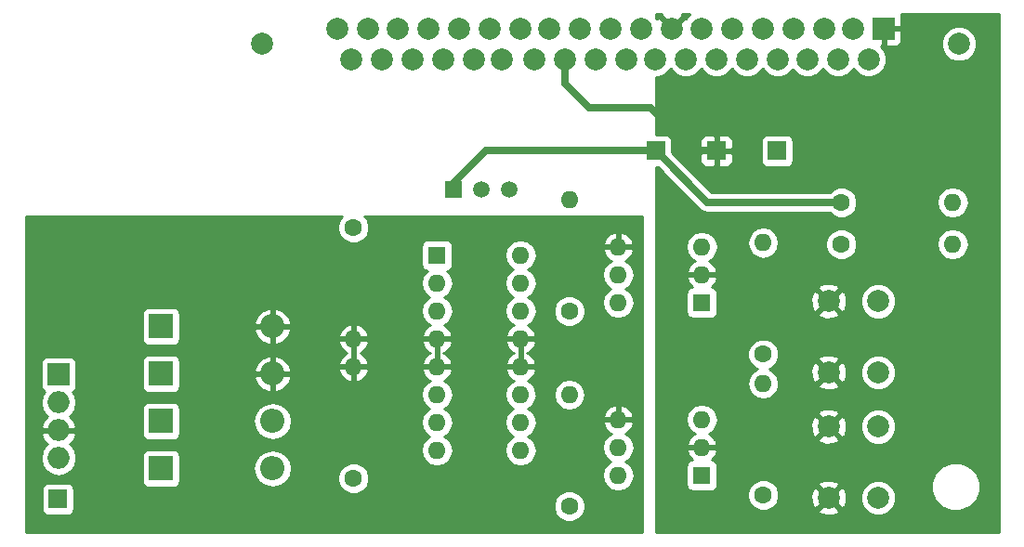
<source format=gbr>
G04 #@! TF.FileFunction,Copper,L2,Bot,Signal*
%FSLAX46Y46*%
G04 Gerber Fmt 4.6, Leading zero omitted, Abs format (unit mm)*
G04 Created by KiCad (PCBNEW 4.0.6+dfsg1-1) date Sun Dec 10 15:34:36 2017*
%MOMM*%
%LPD*%
G01*
G04 APERTURE LIST*
%ADD10C,1.000000*%
%ADD11C,2.000000*%
%ADD12R,2.000000X2.000000*%
%ADD13C,1.000000*%
%ADD14O,1.998980X1.998980*%
%ADD15R,1.998980X1.998980*%
%ADD16C,1.520000*%
%ADD17R,1.520000X1.520000*%
%ADD18R,1.600000X1.600000*%
%ADD19O,1.600000X1.600000*%
%ADD20R,2.200000X2.200000*%
%ADD21O,2.200000X2.200000*%
%ADD22R,1.700000X1.700000*%
%ADD23C,1.600000*%
%ADD24C,0.635000*%
%ADD25C,0.254000*%
G04 APERTURE END LIST*
D10*
D11*
X86685001Y-53609500D03*
X150185001Y-53609500D03*
D12*
X143325001Y-52209500D03*
D11*
X140535001Y-52209500D03*
X137865001Y-52209500D03*
X135075001Y-52209500D03*
X132275001Y-52209500D03*
X129485001Y-52209500D03*
X126685001Y-52209500D03*
X124025001Y-52209500D03*
X121225001Y-52209500D03*
X118435001Y-52209500D03*
X115635001Y-52209500D03*
X112845001Y-52209500D03*
X110175001Y-52209500D03*
X107385001Y-52209500D03*
X104595001Y-52209500D03*
X101795001Y-52209500D03*
X99005001Y-52209500D03*
X96335001Y-52209500D03*
X93545001Y-52209500D03*
X141925001Y-54999500D03*
X139135001Y-54999500D03*
X136345001Y-54999500D03*
X133675001Y-54999500D03*
X130875001Y-54999500D03*
X128085001Y-54999500D03*
X125295001Y-54999500D03*
X122495001Y-54999500D03*
X119825001Y-54999500D03*
X117035001Y-54999500D03*
X114245001Y-54999500D03*
X111445001Y-54999500D03*
X108525001Y-54999500D03*
X105985001Y-54999500D03*
X103195001Y-54999500D03*
X100395001Y-54999500D03*
X97605001Y-54999500D03*
X94815001Y-54999500D03*
D13*
X100330000Y-80518000D03*
X100330000Y-83058000D03*
X98044000Y-80518000D03*
X98044000Y-83058000D03*
X104902000Y-80518000D03*
X104902000Y-83058000D03*
X107950000Y-80518000D03*
X107950000Y-83058000D03*
X112522000Y-83058000D03*
X112522000Y-80518000D03*
X114808000Y-83058000D03*
D14*
X68135500Y-91376500D03*
D15*
X68135500Y-83756500D03*
D14*
X68135500Y-86296500D03*
X68135500Y-88836500D03*
D11*
X142803000Y-94996000D03*
X138303000Y-94996000D03*
X142803000Y-88496000D03*
X138303000Y-88496000D03*
X142803000Y-83566000D03*
X138303000Y-83566000D03*
X142803000Y-77066000D03*
X138303000Y-77066000D03*
D16*
X106680000Y-66929000D03*
X109220000Y-66929000D03*
D17*
X104140000Y-66929000D03*
D18*
X126746000Y-77216000D03*
D19*
X119126000Y-72136000D03*
X126746000Y-74676000D03*
X119126000Y-74676000D03*
X126746000Y-72136000D03*
X119126000Y-77216000D03*
D18*
X126746000Y-92964000D03*
D19*
X119126000Y-87884000D03*
X126746000Y-90424000D03*
X119126000Y-90424000D03*
X126746000Y-87884000D03*
X119126000Y-92964000D03*
D20*
X77470000Y-88011000D03*
D21*
X87630000Y-88011000D03*
D20*
X77470000Y-79375000D03*
D21*
X87630000Y-79375000D03*
D20*
X77470000Y-92329000D03*
D21*
X87630000Y-92329000D03*
D20*
X77470000Y-83693000D03*
D21*
X87630000Y-83693000D03*
D22*
X128079500Y-63373000D03*
X122555000Y-63373000D03*
X68072000Y-95123000D03*
D23*
X139446000Y-68072000D03*
D19*
X149606000Y-68072000D03*
D23*
X139446000Y-71882000D03*
D19*
X149606000Y-71882000D03*
D23*
X132334000Y-81915000D03*
D19*
X132334000Y-71755000D03*
D23*
X132334000Y-94742000D03*
D19*
X132334000Y-84582000D03*
D23*
X114681000Y-77978000D03*
D19*
X114681000Y-67818000D03*
D23*
X94996000Y-70358000D03*
D19*
X94996000Y-80518000D03*
D23*
X114681000Y-95758000D03*
D19*
X114681000Y-85598000D03*
D23*
X94996000Y-93218000D03*
D19*
X94996000Y-83058000D03*
D18*
X102616000Y-72898000D03*
D19*
X110236000Y-90678000D03*
X102616000Y-75438000D03*
X110236000Y-88138000D03*
X102616000Y-77978000D03*
X110236000Y-85598000D03*
X102616000Y-80518000D03*
X110236000Y-83058000D03*
X102616000Y-83058000D03*
X110236000Y-80518000D03*
X102616000Y-85598000D03*
X110236000Y-77978000D03*
X102616000Y-88138000D03*
X110236000Y-75438000D03*
X102616000Y-90678000D03*
X110236000Y-72898000D03*
D13*
X114808000Y-80518000D03*
D22*
X133604000Y-63373000D03*
D24*
X128079500Y-63373000D02*
X125984000Y-63373000D01*
X114245001Y-57222001D02*
X114245001Y-54999500D01*
X116459000Y-59436000D02*
X114245001Y-57222001D01*
X122047000Y-59436000D02*
X116459000Y-59436000D01*
X125984000Y-63373000D02*
X122047000Y-59436000D01*
X139446000Y-68072000D02*
X127254000Y-68072000D01*
X127254000Y-68072000D02*
X122555000Y-63373000D01*
X104140000Y-66929000D02*
X104140000Y-66294000D01*
X104140000Y-66294000D02*
X107061000Y-63373000D01*
X107061000Y-63373000D02*
X122555000Y-63373000D01*
D25*
G36*
X93780176Y-69544077D02*
X93561250Y-70071309D01*
X93560752Y-70642187D01*
X93778757Y-71169800D01*
X94182077Y-71573824D01*
X94709309Y-71792750D01*
X95280187Y-71793248D01*
X95807800Y-71575243D01*
X96211824Y-71171923D01*
X96430750Y-70644691D01*
X96431248Y-70073813D01*
X96213243Y-69546200D01*
X96009399Y-69342000D01*
X121285000Y-69342000D01*
X121285000Y-98171000D01*
X65151000Y-98171000D01*
X65151000Y-94273000D01*
X66574560Y-94273000D01*
X66574560Y-95973000D01*
X66618838Y-96208317D01*
X66757910Y-96424441D01*
X66970110Y-96569431D01*
X67222000Y-96620440D01*
X68922000Y-96620440D01*
X69157317Y-96576162D01*
X69373441Y-96437090D01*
X69518431Y-96224890D01*
X69555429Y-96042187D01*
X113245752Y-96042187D01*
X113463757Y-96569800D01*
X113867077Y-96973824D01*
X114394309Y-97192750D01*
X114965187Y-97193248D01*
X115492800Y-96975243D01*
X115896824Y-96571923D01*
X116115750Y-96044691D01*
X116116248Y-95473813D01*
X115898243Y-94946200D01*
X115494923Y-94542176D01*
X114967691Y-94323250D01*
X114396813Y-94322752D01*
X113869200Y-94540757D01*
X113465176Y-94944077D01*
X113246250Y-95471309D01*
X113245752Y-96042187D01*
X69555429Y-96042187D01*
X69569440Y-95973000D01*
X69569440Y-94273000D01*
X69525162Y-94037683D01*
X69386090Y-93821559D01*
X69173890Y-93676569D01*
X68922000Y-93625560D01*
X67222000Y-93625560D01*
X66986683Y-93669838D01*
X66770559Y-93808910D01*
X66625569Y-94021110D01*
X66574560Y-94273000D01*
X65151000Y-94273000D01*
X65151000Y-91344478D01*
X66501010Y-91344478D01*
X66501010Y-91408522D01*
X66625428Y-92034014D01*
X66979741Y-92564281D01*
X67510008Y-92918594D01*
X68135500Y-93043012D01*
X68760992Y-92918594D01*
X69291259Y-92564281D01*
X69645572Y-92034014D01*
X69769990Y-91408522D01*
X69769990Y-91344478D01*
X69747021Y-91229000D01*
X75722560Y-91229000D01*
X75722560Y-93429000D01*
X75766838Y-93664317D01*
X75905910Y-93880441D01*
X76118110Y-94025431D01*
X76370000Y-94076440D01*
X78570000Y-94076440D01*
X78805317Y-94032162D01*
X79021441Y-93893090D01*
X79166431Y-93680890D01*
X79217440Y-93429000D01*
X79217440Y-92329000D01*
X85861009Y-92329000D01*
X85993078Y-92992956D01*
X86369179Y-93555830D01*
X86932053Y-93931931D01*
X87596009Y-94064000D01*
X87663991Y-94064000D01*
X88327947Y-93931931D01*
X88890821Y-93555830D01*
X88926664Y-93502187D01*
X93560752Y-93502187D01*
X93778757Y-94029800D01*
X94182077Y-94433824D01*
X94709309Y-94652750D01*
X95280187Y-94653248D01*
X95807800Y-94435243D01*
X96211824Y-94031923D01*
X96430750Y-93504691D01*
X96431248Y-92933813D01*
X96213243Y-92406200D01*
X95809923Y-92002176D01*
X95282691Y-91783250D01*
X94711813Y-91782752D01*
X94184200Y-92000757D01*
X93780176Y-92404077D01*
X93561250Y-92931309D01*
X93560752Y-93502187D01*
X88926664Y-93502187D01*
X89266922Y-92992956D01*
X89398991Y-92329000D01*
X89266922Y-91665044D01*
X88890821Y-91102170D01*
X88327947Y-90726069D01*
X87663991Y-90594000D01*
X87596009Y-90594000D01*
X86932053Y-90726069D01*
X86369179Y-91102170D01*
X85993078Y-91665044D01*
X85861009Y-92329000D01*
X79217440Y-92329000D01*
X79217440Y-91229000D01*
X79173162Y-90993683D01*
X79034090Y-90777559D01*
X78821890Y-90632569D01*
X78570000Y-90581560D01*
X76370000Y-90581560D01*
X76134683Y-90625838D01*
X75918559Y-90764910D01*
X75773569Y-90977110D01*
X75722560Y-91229000D01*
X69747021Y-91229000D01*
X69645572Y-90718986D01*
X69291259Y-90188719D01*
X69142200Y-90089121D01*
X69458568Y-89796226D01*
X69725127Y-89216855D01*
X69606307Y-88963500D01*
X68262500Y-88963500D01*
X68262500Y-88983500D01*
X68008500Y-88983500D01*
X68008500Y-88963500D01*
X66664693Y-88963500D01*
X66545873Y-89216855D01*
X66812432Y-89796226D01*
X67128800Y-90089121D01*
X66979741Y-90188719D01*
X66625428Y-90718986D01*
X66501010Y-91344478D01*
X65151000Y-91344478D01*
X65151000Y-82757010D01*
X66488570Y-82757010D01*
X66488570Y-84755990D01*
X66532848Y-84991307D01*
X66671920Y-85207431D01*
X66837973Y-85320890D01*
X66625428Y-85638986D01*
X66501010Y-86264478D01*
X66501010Y-86328522D01*
X66625428Y-86954014D01*
X66979741Y-87484281D01*
X67128800Y-87583879D01*
X66812432Y-87876774D01*
X66545873Y-88456145D01*
X66664693Y-88709500D01*
X68008500Y-88709500D01*
X68008500Y-88689500D01*
X68262500Y-88689500D01*
X68262500Y-88709500D01*
X69606307Y-88709500D01*
X69725127Y-88456145D01*
X69458568Y-87876774D01*
X69142200Y-87583879D01*
X69291259Y-87484281D01*
X69645572Y-86954014D01*
X69654128Y-86911000D01*
X75722560Y-86911000D01*
X75722560Y-89111000D01*
X75766838Y-89346317D01*
X75905910Y-89562441D01*
X76118110Y-89707431D01*
X76370000Y-89758440D01*
X78570000Y-89758440D01*
X78805317Y-89714162D01*
X79021441Y-89575090D01*
X79166431Y-89362890D01*
X79217440Y-89111000D01*
X79217440Y-88011000D01*
X85861009Y-88011000D01*
X85993078Y-88674956D01*
X86369179Y-89237830D01*
X86932053Y-89613931D01*
X87596009Y-89746000D01*
X87663991Y-89746000D01*
X88327947Y-89613931D01*
X88890821Y-89237830D01*
X89266922Y-88674956D01*
X89398991Y-88011000D01*
X89266922Y-87347044D01*
X88890821Y-86784170D01*
X88327947Y-86408069D01*
X87663991Y-86276000D01*
X87596009Y-86276000D01*
X86932053Y-86408069D01*
X86369179Y-86784170D01*
X85993078Y-87347044D01*
X85861009Y-88011000D01*
X79217440Y-88011000D01*
X79217440Y-86911000D01*
X79173162Y-86675683D01*
X79034090Y-86459559D01*
X78821890Y-86314569D01*
X78570000Y-86263560D01*
X76370000Y-86263560D01*
X76134683Y-86307838D01*
X75918559Y-86446910D01*
X75773569Y-86659110D01*
X75722560Y-86911000D01*
X69654128Y-86911000D01*
X69769990Y-86328522D01*
X69769990Y-86264478D01*
X69645572Y-85638986D01*
X69618187Y-85598000D01*
X101152887Y-85598000D01*
X101262120Y-86147151D01*
X101573189Y-86612698D01*
X101955275Y-86868000D01*
X101573189Y-87123302D01*
X101262120Y-87588849D01*
X101152887Y-88138000D01*
X101262120Y-88687151D01*
X101573189Y-89152698D01*
X101955275Y-89408000D01*
X101573189Y-89663302D01*
X101262120Y-90128849D01*
X101152887Y-90678000D01*
X101262120Y-91227151D01*
X101573189Y-91692698D01*
X102038736Y-92003767D01*
X102587887Y-92113000D01*
X102644113Y-92113000D01*
X103193264Y-92003767D01*
X103658811Y-91692698D01*
X103969880Y-91227151D01*
X104079113Y-90678000D01*
X103969880Y-90128849D01*
X103658811Y-89663302D01*
X103276725Y-89408000D01*
X103658811Y-89152698D01*
X103969880Y-88687151D01*
X104079113Y-88138000D01*
X103969880Y-87588849D01*
X103658811Y-87123302D01*
X103276725Y-86868000D01*
X103658811Y-86612698D01*
X103969880Y-86147151D01*
X104079113Y-85598000D01*
X108772887Y-85598000D01*
X108882120Y-86147151D01*
X109193189Y-86612698D01*
X109575275Y-86868000D01*
X109193189Y-87123302D01*
X108882120Y-87588849D01*
X108772887Y-88138000D01*
X108882120Y-88687151D01*
X109193189Y-89152698D01*
X109575275Y-89408000D01*
X109193189Y-89663302D01*
X108882120Y-90128849D01*
X108772887Y-90678000D01*
X108882120Y-91227151D01*
X109193189Y-91692698D01*
X109658736Y-92003767D01*
X110207887Y-92113000D01*
X110264113Y-92113000D01*
X110813264Y-92003767D01*
X111278811Y-91692698D01*
X111589880Y-91227151D01*
X111699113Y-90678000D01*
X111648590Y-90424000D01*
X117662887Y-90424000D01*
X117772120Y-90973151D01*
X118083189Y-91438698D01*
X118465275Y-91694000D01*
X118083189Y-91949302D01*
X117772120Y-92414849D01*
X117662887Y-92964000D01*
X117772120Y-93513151D01*
X118083189Y-93978698D01*
X118548736Y-94289767D01*
X119097887Y-94399000D01*
X119154113Y-94399000D01*
X119703264Y-94289767D01*
X120168811Y-93978698D01*
X120479880Y-93513151D01*
X120589113Y-92964000D01*
X120479880Y-92414849D01*
X120168811Y-91949302D01*
X119786725Y-91694000D01*
X120168811Y-91438698D01*
X120479880Y-90973151D01*
X120589113Y-90424000D01*
X120479880Y-89874849D01*
X120168811Y-89409302D01*
X119764297Y-89139014D01*
X119981134Y-89036389D01*
X120357041Y-88621423D01*
X120517904Y-88233039D01*
X120395915Y-88011000D01*
X119253000Y-88011000D01*
X119253000Y-88031000D01*
X118999000Y-88031000D01*
X118999000Y-88011000D01*
X117856085Y-88011000D01*
X117734096Y-88233039D01*
X117894959Y-88621423D01*
X118270866Y-89036389D01*
X118487703Y-89139014D01*
X118083189Y-89409302D01*
X117772120Y-89874849D01*
X117662887Y-90424000D01*
X111648590Y-90424000D01*
X111589880Y-90128849D01*
X111278811Y-89663302D01*
X110896725Y-89408000D01*
X111278811Y-89152698D01*
X111589880Y-88687151D01*
X111699113Y-88138000D01*
X111589880Y-87588849D01*
X111553874Y-87534961D01*
X117734096Y-87534961D01*
X117856085Y-87757000D01*
X118999000Y-87757000D01*
X118999000Y-86613371D01*
X119253000Y-86613371D01*
X119253000Y-87757000D01*
X120395915Y-87757000D01*
X120517904Y-87534961D01*
X120357041Y-87146577D01*
X119981134Y-86731611D01*
X119475041Y-86492086D01*
X119253000Y-86613371D01*
X118999000Y-86613371D01*
X118776959Y-86492086D01*
X118270866Y-86731611D01*
X117894959Y-87146577D01*
X117734096Y-87534961D01*
X111553874Y-87534961D01*
X111278811Y-87123302D01*
X110896725Y-86868000D01*
X111278811Y-86612698D01*
X111589880Y-86147151D01*
X111699113Y-85598000D01*
X111693521Y-85569887D01*
X113246000Y-85569887D01*
X113246000Y-85626113D01*
X113355233Y-86175264D01*
X113666302Y-86640811D01*
X114131849Y-86951880D01*
X114681000Y-87061113D01*
X115230151Y-86951880D01*
X115695698Y-86640811D01*
X116006767Y-86175264D01*
X116116000Y-85626113D01*
X116116000Y-85569887D01*
X116006767Y-85020736D01*
X115695698Y-84555189D01*
X115230151Y-84244120D01*
X114681000Y-84134887D01*
X114131849Y-84244120D01*
X113666302Y-84555189D01*
X113355233Y-85020736D01*
X113246000Y-85569887D01*
X111693521Y-85569887D01*
X111589880Y-85048849D01*
X111278811Y-84583302D01*
X110874297Y-84313014D01*
X111091134Y-84210389D01*
X111467041Y-83795423D01*
X111627904Y-83407039D01*
X111505915Y-83185000D01*
X110363000Y-83185000D01*
X110363000Y-83205000D01*
X110109000Y-83205000D01*
X110109000Y-83185000D01*
X108966085Y-83185000D01*
X108844096Y-83407039D01*
X109004959Y-83795423D01*
X109380866Y-84210389D01*
X109597703Y-84313014D01*
X109193189Y-84583302D01*
X108882120Y-85048849D01*
X108772887Y-85598000D01*
X104079113Y-85598000D01*
X103969880Y-85048849D01*
X103658811Y-84583302D01*
X103254297Y-84313014D01*
X103471134Y-84210389D01*
X103847041Y-83795423D01*
X104007904Y-83407039D01*
X103885915Y-83185000D01*
X102743000Y-83185000D01*
X102743000Y-83205000D01*
X102489000Y-83205000D01*
X102489000Y-83185000D01*
X101346085Y-83185000D01*
X101224096Y-83407039D01*
X101384959Y-83795423D01*
X101760866Y-84210389D01*
X101977703Y-84313014D01*
X101573189Y-84583302D01*
X101262120Y-85048849D01*
X101152887Y-85598000D01*
X69618187Y-85598000D01*
X69432047Y-85319423D01*
X69586431Y-85220080D01*
X69731421Y-85007880D01*
X69782430Y-84755990D01*
X69782430Y-82757010D01*
X69751570Y-82593000D01*
X75722560Y-82593000D01*
X75722560Y-84793000D01*
X75766838Y-85028317D01*
X75905910Y-85244441D01*
X76118110Y-85389431D01*
X76370000Y-85440440D01*
X78570000Y-85440440D01*
X78805317Y-85396162D01*
X79021441Y-85257090D01*
X79166431Y-85044890D01*
X79217440Y-84793000D01*
X79217440Y-84089122D01*
X85940825Y-84089122D01*
X86155466Y-84607332D01*
X86617608Y-85102012D01*
X87233877Y-85382183D01*
X87503000Y-85264604D01*
X87503000Y-83820000D01*
X87757000Y-83820000D01*
X87757000Y-85264604D01*
X88026123Y-85382183D01*
X88642392Y-85102012D01*
X89104534Y-84607332D01*
X89319175Y-84089122D01*
X89201125Y-83820000D01*
X87757000Y-83820000D01*
X87503000Y-83820000D01*
X86058875Y-83820000D01*
X85940825Y-84089122D01*
X79217440Y-84089122D01*
X79217440Y-83296878D01*
X85940825Y-83296878D01*
X86058875Y-83566000D01*
X87503000Y-83566000D01*
X87503000Y-82121396D01*
X87757000Y-82121396D01*
X87757000Y-83566000D01*
X89201125Y-83566000D01*
X89270852Y-83407041D01*
X93604086Y-83407041D01*
X93843611Y-83913134D01*
X94258577Y-84289041D01*
X94646961Y-84449904D01*
X94869000Y-84327915D01*
X94869000Y-83185000D01*
X95123000Y-83185000D01*
X95123000Y-84327915D01*
X95345039Y-84449904D01*
X95733423Y-84289041D01*
X96148389Y-83913134D01*
X96387914Y-83407041D01*
X96266629Y-83185000D01*
X95123000Y-83185000D01*
X94869000Y-83185000D01*
X93725371Y-83185000D01*
X93604086Y-83407041D01*
X89270852Y-83407041D01*
X89319175Y-83296878D01*
X89104534Y-82778668D01*
X88642392Y-82283988D01*
X88026123Y-82003817D01*
X87757000Y-82121396D01*
X87503000Y-82121396D01*
X87233877Y-82003817D01*
X86617608Y-82283988D01*
X86155466Y-82778668D01*
X85940825Y-83296878D01*
X79217440Y-83296878D01*
X79217440Y-82593000D01*
X79173162Y-82357683D01*
X79034090Y-82141559D01*
X78821890Y-81996569D01*
X78570000Y-81945560D01*
X76370000Y-81945560D01*
X76134683Y-81989838D01*
X75918559Y-82128910D01*
X75773569Y-82341110D01*
X75722560Y-82593000D01*
X69751570Y-82593000D01*
X69738152Y-82521693D01*
X69599080Y-82305569D01*
X69386880Y-82160579D01*
X69134990Y-82109570D01*
X67136010Y-82109570D01*
X66900693Y-82153848D01*
X66684569Y-82292920D01*
X66539579Y-82505120D01*
X66488570Y-82757010D01*
X65151000Y-82757010D01*
X65151000Y-78275000D01*
X75722560Y-78275000D01*
X75722560Y-80475000D01*
X75766838Y-80710317D01*
X75905910Y-80926441D01*
X76118110Y-81071431D01*
X76370000Y-81122440D01*
X78570000Y-81122440D01*
X78805317Y-81078162D01*
X79021441Y-80939090D01*
X79166431Y-80726890D01*
X79217440Y-80475000D01*
X79217440Y-79771122D01*
X85940825Y-79771122D01*
X86155466Y-80289332D01*
X86617608Y-80784012D01*
X87233877Y-81064183D01*
X87503000Y-80946604D01*
X87503000Y-79502000D01*
X87757000Y-79502000D01*
X87757000Y-80946604D01*
X88026123Y-81064183D01*
X88459759Y-80867041D01*
X93604086Y-80867041D01*
X93843611Y-81373134D01*
X94258577Y-81749041D01*
X94352639Y-81788000D01*
X94258577Y-81826959D01*
X93843611Y-82202866D01*
X93604086Y-82708959D01*
X93725371Y-82931000D01*
X94869000Y-82931000D01*
X94869000Y-81788085D01*
X94868845Y-81788000D01*
X94869000Y-81787915D01*
X94869000Y-80645000D01*
X95123000Y-80645000D01*
X95123000Y-81787915D01*
X95123155Y-81788000D01*
X95123000Y-81788085D01*
X95123000Y-82931000D01*
X96266629Y-82931000D01*
X96387914Y-82708959D01*
X96148389Y-82202866D01*
X95733423Y-81826959D01*
X95639361Y-81788000D01*
X95733423Y-81749041D01*
X96148389Y-81373134D01*
X96387914Y-80867041D01*
X96387913Y-80867039D01*
X101224096Y-80867039D01*
X101384959Y-81255423D01*
X101760866Y-81670389D01*
X102009367Y-81788000D01*
X101760866Y-81905611D01*
X101384959Y-82320577D01*
X101224096Y-82708961D01*
X101346085Y-82931000D01*
X102489000Y-82931000D01*
X102489000Y-80645000D01*
X102743000Y-80645000D01*
X102743000Y-82931000D01*
X103885915Y-82931000D01*
X104007904Y-82708961D01*
X103847041Y-82320577D01*
X103471134Y-81905611D01*
X103222633Y-81788000D01*
X103471134Y-81670389D01*
X103847041Y-81255423D01*
X104007904Y-80867039D01*
X108844096Y-80867039D01*
X109004959Y-81255423D01*
X109380866Y-81670389D01*
X109629367Y-81788000D01*
X109380866Y-81905611D01*
X109004959Y-82320577D01*
X108844096Y-82708961D01*
X108966085Y-82931000D01*
X110109000Y-82931000D01*
X110109000Y-80645000D01*
X110363000Y-80645000D01*
X110363000Y-82931000D01*
X111505915Y-82931000D01*
X111627904Y-82708961D01*
X111467041Y-82320577D01*
X111091134Y-81905611D01*
X110842633Y-81788000D01*
X111091134Y-81670389D01*
X111467041Y-81255423D01*
X111627904Y-80867039D01*
X111505915Y-80645000D01*
X110363000Y-80645000D01*
X110109000Y-80645000D01*
X108966085Y-80645000D01*
X108844096Y-80867039D01*
X104007904Y-80867039D01*
X103885915Y-80645000D01*
X102743000Y-80645000D01*
X102489000Y-80645000D01*
X101346085Y-80645000D01*
X101224096Y-80867039D01*
X96387913Y-80867039D01*
X96266629Y-80645000D01*
X95123000Y-80645000D01*
X94869000Y-80645000D01*
X93725371Y-80645000D01*
X93604086Y-80867041D01*
X88459759Y-80867041D01*
X88642392Y-80784012D01*
X89104534Y-80289332D01*
X89154392Y-80168959D01*
X93604086Y-80168959D01*
X93725371Y-80391000D01*
X94869000Y-80391000D01*
X94869000Y-79248085D01*
X95123000Y-79248085D01*
X95123000Y-80391000D01*
X96266629Y-80391000D01*
X96387914Y-80168959D01*
X96148389Y-79662866D01*
X95733423Y-79286959D01*
X95345039Y-79126096D01*
X95123000Y-79248085D01*
X94869000Y-79248085D01*
X94646961Y-79126096D01*
X94258577Y-79286959D01*
X93843611Y-79662866D01*
X93604086Y-80168959D01*
X89154392Y-80168959D01*
X89319175Y-79771122D01*
X89201125Y-79502000D01*
X87757000Y-79502000D01*
X87503000Y-79502000D01*
X86058875Y-79502000D01*
X85940825Y-79771122D01*
X79217440Y-79771122D01*
X79217440Y-78978878D01*
X85940825Y-78978878D01*
X86058875Y-79248000D01*
X87503000Y-79248000D01*
X87503000Y-77803396D01*
X87757000Y-77803396D01*
X87757000Y-79248000D01*
X89201125Y-79248000D01*
X89319175Y-78978878D01*
X89104534Y-78460668D01*
X88642392Y-77965988D01*
X88026123Y-77685817D01*
X87757000Y-77803396D01*
X87503000Y-77803396D01*
X87233877Y-77685817D01*
X86617608Y-77965988D01*
X86155466Y-78460668D01*
X85940825Y-78978878D01*
X79217440Y-78978878D01*
X79217440Y-78275000D01*
X79173162Y-78039683D01*
X79034090Y-77823559D01*
X78821890Y-77678569D01*
X78570000Y-77627560D01*
X76370000Y-77627560D01*
X76134683Y-77671838D01*
X75918559Y-77810910D01*
X75773569Y-78023110D01*
X75722560Y-78275000D01*
X65151000Y-78275000D01*
X65151000Y-75438000D01*
X101152887Y-75438000D01*
X101262120Y-75987151D01*
X101573189Y-76452698D01*
X101955275Y-76708000D01*
X101573189Y-76963302D01*
X101262120Y-77428849D01*
X101152887Y-77978000D01*
X101262120Y-78527151D01*
X101573189Y-78992698D01*
X101977703Y-79262986D01*
X101760866Y-79365611D01*
X101384959Y-79780577D01*
X101224096Y-80168961D01*
X101346085Y-80391000D01*
X102489000Y-80391000D01*
X102489000Y-80371000D01*
X102743000Y-80371000D01*
X102743000Y-80391000D01*
X103885915Y-80391000D01*
X104007904Y-80168961D01*
X103847041Y-79780577D01*
X103471134Y-79365611D01*
X103254297Y-79262986D01*
X103658811Y-78992698D01*
X103969880Y-78527151D01*
X104079113Y-77978000D01*
X103969880Y-77428849D01*
X103658811Y-76963302D01*
X103276725Y-76708000D01*
X103658811Y-76452698D01*
X103969880Y-75987151D01*
X104079113Y-75438000D01*
X103969880Y-74888849D01*
X103658811Y-74423302D01*
X103514535Y-74326899D01*
X103651317Y-74301162D01*
X103867441Y-74162090D01*
X104012431Y-73949890D01*
X104063440Y-73698000D01*
X104063440Y-72898000D01*
X108772887Y-72898000D01*
X108882120Y-73447151D01*
X109193189Y-73912698D01*
X109575275Y-74168000D01*
X109193189Y-74423302D01*
X108882120Y-74888849D01*
X108772887Y-75438000D01*
X108882120Y-75987151D01*
X109193189Y-76452698D01*
X109575275Y-76708000D01*
X109193189Y-76963302D01*
X108882120Y-77428849D01*
X108772887Y-77978000D01*
X108882120Y-78527151D01*
X109193189Y-78992698D01*
X109597703Y-79262986D01*
X109380866Y-79365611D01*
X109004959Y-79780577D01*
X108844096Y-80168961D01*
X108966085Y-80391000D01*
X110109000Y-80391000D01*
X110109000Y-80371000D01*
X110363000Y-80371000D01*
X110363000Y-80391000D01*
X111505915Y-80391000D01*
X111627904Y-80168961D01*
X111467041Y-79780577D01*
X111091134Y-79365611D01*
X110874297Y-79262986D01*
X111278811Y-78992698D01*
X111589880Y-78527151D01*
X111642584Y-78262187D01*
X113245752Y-78262187D01*
X113463757Y-78789800D01*
X113867077Y-79193824D01*
X114394309Y-79412750D01*
X114965187Y-79413248D01*
X115492800Y-79195243D01*
X115896824Y-78791923D01*
X116115750Y-78264691D01*
X116116248Y-77693813D01*
X115898243Y-77166200D01*
X115494923Y-76762176D01*
X114967691Y-76543250D01*
X114396813Y-76542752D01*
X113869200Y-76760757D01*
X113465176Y-77164077D01*
X113246250Y-77691309D01*
X113245752Y-78262187D01*
X111642584Y-78262187D01*
X111699113Y-77978000D01*
X111589880Y-77428849D01*
X111278811Y-76963302D01*
X110896725Y-76708000D01*
X111278811Y-76452698D01*
X111589880Y-75987151D01*
X111699113Y-75438000D01*
X111589880Y-74888849D01*
X111447659Y-74676000D01*
X117662887Y-74676000D01*
X117772120Y-75225151D01*
X118083189Y-75690698D01*
X118465275Y-75946000D01*
X118083189Y-76201302D01*
X117772120Y-76666849D01*
X117662887Y-77216000D01*
X117772120Y-77765151D01*
X118083189Y-78230698D01*
X118548736Y-78541767D01*
X119097887Y-78651000D01*
X119154113Y-78651000D01*
X119703264Y-78541767D01*
X120168811Y-78230698D01*
X120479880Y-77765151D01*
X120589113Y-77216000D01*
X120479880Y-76666849D01*
X120168811Y-76201302D01*
X119786725Y-75946000D01*
X120168811Y-75690698D01*
X120479880Y-75225151D01*
X120589113Y-74676000D01*
X120479880Y-74126849D01*
X120168811Y-73661302D01*
X119764297Y-73391014D01*
X119981134Y-73288389D01*
X120357041Y-72873423D01*
X120517904Y-72485039D01*
X120395915Y-72263000D01*
X119253000Y-72263000D01*
X119253000Y-72283000D01*
X118999000Y-72283000D01*
X118999000Y-72263000D01*
X117856085Y-72263000D01*
X117734096Y-72485039D01*
X117894959Y-72873423D01*
X118270866Y-73288389D01*
X118487703Y-73391014D01*
X118083189Y-73661302D01*
X117772120Y-74126849D01*
X117662887Y-74676000D01*
X111447659Y-74676000D01*
X111278811Y-74423302D01*
X110896725Y-74168000D01*
X111278811Y-73912698D01*
X111589880Y-73447151D01*
X111699113Y-72898000D01*
X111589880Y-72348849D01*
X111278811Y-71883302D01*
X111134627Y-71786961D01*
X117734096Y-71786961D01*
X117856085Y-72009000D01*
X118999000Y-72009000D01*
X118999000Y-70865371D01*
X119253000Y-70865371D01*
X119253000Y-72009000D01*
X120395915Y-72009000D01*
X120517904Y-71786961D01*
X120357041Y-71398577D01*
X119981134Y-70983611D01*
X119475041Y-70744086D01*
X119253000Y-70865371D01*
X118999000Y-70865371D01*
X118776959Y-70744086D01*
X118270866Y-70983611D01*
X117894959Y-71398577D01*
X117734096Y-71786961D01*
X111134627Y-71786961D01*
X110813264Y-71572233D01*
X110264113Y-71463000D01*
X110207887Y-71463000D01*
X109658736Y-71572233D01*
X109193189Y-71883302D01*
X108882120Y-72348849D01*
X108772887Y-72898000D01*
X104063440Y-72898000D01*
X104063440Y-72098000D01*
X104019162Y-71862683D01*
X103880090Y-71646559D01*
X103667890Y-71501569D01*
X103416000Y-71450560D01*
X101816000Y-71450560D01*
X101580683Y-71494838D01*
X101364559Y-71633910D01*
X101219569Y-71846110D01*
X101168560Y-72098000D01*
X101168560Y-73698000D01*
X101212838Y-73933317D01*
X101351910Y-74149441D01*
X101564110Y-74294431D01*
X101719089Y-74325815D01*
X101573189Y-74423302D01*
X101262120Y-74888849D01*
X101152887Y-75438000D01*
X65151000Y-75438000D01*
X65151000Y-69342000D01*
X93982606Y-69342000D01*
X93780176Y-69544077D01*
X93780176Y-69544077D01*
G37*
X93780176Y-69544077D02*
X93561250Y-70071309D01*
X93560752Y-70642187D01*
X93778757Y-71169800D01*
X94182077Y-71573824D01*
X94709309Y-71792750D01*
X95280187Y-71793248D01*
X95807800Y-71575243D01*
X96211824Y-71171923D01*
X96430750Y-70644691D01*
X96431248Y-70073813D01*
X96213243Y-69546200D01*
X96009399Y-69342000D01*
X121285000Y-69342000D01*
X121285000Y-98171000D01*
X65151000Y-98171000D01*
X65151000Y-94273000D01*
X66574560Y-94273000D01*
X66574560Y-95973000D01*
X66618838Y-96208317D01*
X66757910Y-96424441D01*
X66970110Y-96569431D01*
X67222000Y-96620440D01*
X68922000Y-96620440D01*
X69157317Y-96576162D01*
X69373441Y-96437090D01*
X69518431Y-96224890D01*
X69555429Y-96042187D01*
X113245752Y-96042187D01*
X113463757Y-96569800D01*
X113867077Y-96973824D01*
X114394309Y-97192750D01*
X114965187Y-97193248D01*
X115492800Y-96975243D01*
X115896824Y-96571923D01*
X116115750Y-96044691D01*
X116116248Y-95473813D01*
X115898243Y-94946200D01*
X115494923Y-94542176D01*
X114967691Y-94323250D01*
X114396813Y-94322752D01*
X113869200Y-94540757D01*
X113465176Y-94944077D01*
X113246250Y-95471309D01*
X113245752Y-96042187D01*
X69555429Y-96042187D01*
X69569440Y-95973000D01*
X69569440Y-94273000D01*
X69525162Y-94037683D01*
X69386090Y-93821559D01*
X69173890Y-93676569D01*
X68922000Y-93625560D01*
X67222000Y-93625560D01*
X66986683Y-93669838D01*
X66770559Y-93808910D01*
X66625569Y-94021110D01*
X66574560Y-94273000D01*
X65151000Y-94273000D01*
X65151000Y-91344478D01*
X66501010Y-91344478D01*
X66501010Y-91408522D01*
X66625428Y-92034014D01*
X66979741Y-92564281D01*
X67510008Y-92918594D01*
X68135500Y-93043012D01*
X68760992Y-92918594D01*
X69291259Y-92564281D01*
X69645572Y-92034014D01*
X69769990Y-91408522D01*
X69769990Y-91344478D01*
X69747021Y-91229000D01*
X75722560Y-91229000D01*
X75722560Y-93429000D01*
X75766838Y-93664317D01*
X75905910Y-93880441D01*
X76118110Y-94025431D01*
X76370000Y-94076440D01*
X78570000Y-94076440D01*
X78805317Y-94032162D01*
X79021441Y-93893090D01*
X79166431Y-93680890D01*
X79217440Y-93429000D01*
X79217440Y-92329000D01*
X85861009Y-92329000D01*
X85993078Y-92992956D01*
X86369179Y-93555830D01*
X86932053Y-93931931D01*
X87596009Y-94064000D01*
X87663991Y-94064000D01*
X88327947Y-93931931D01*
X88890821Y-93555830D01*
X88926664Y-93502187D01*
X93560752Y-93502187D01*
X93778757Y-94029800D01*
X94182077Y-94433824D01*
X94709309Y-94652750D01*
X95280187Y-94653248D01*
X95807800Y-94435243D01*
X96211824Y-94031923D01*
X96430750Y-93504691D01*
X96431248Y-92933813D01*
X96213243Y-92406200D01*
X95809923Y-92002176D01*
X95282691Y-91783250D01*
X94711813Y-91782752D01*
X94184200Y-92000757D01*
X93780176Y-92404077D01*
X93561250Y-92931309D01*
X93560752Y-93502187D01*
X88926664Y-93502187D01*
X89266922Y-92992956D01*
X89398991Y-92329000D01*
X89266922Y-91665044D01*
X88890821Y-91102170D01*
X88327947Y-90726069D01*
X87663991Y-90594000D01*
X87596009Y-90594000D01*
X86932053Y-90726069D01*
X86369179Y-91102170D01*
X85993078Y-91665044D01*
X85861009Y-92329000D01*
X79217440Y-92329000D01*
X79217440Y-91229000D01*
X79173162Y-90993683D01*
X79034090Y-90777559D01*
X78821890Y-90632569D01*
X78570000Y-90581560D01*
X76370000Y-90581560D01*
X76134683Y-90625838D01*
X75918559Y-90764910D01*
X75773569Y-90977110D01*
X75722560Y-91229000D01*
X69747021Y-91229000D01*
X69645572Y-90718986D01*
X69291259Y-90188719D01*
X69142200Y-90089121D01*
X69458568Y-89796226D01*
X69725127Y-89216855D01*
X69606307Y-88963500D01*
X68262500Y-88963500D01*
X68262500Y-88983500D01*
X68008500Y-88983500D01*
X68008500Y-88963500D01*
X66664693Y-88963500D01*
X66545873Y-89216855D01*
X66812432Y-89796226D01*
X67128800Y-90089121D01*
X66979741Y-90188719D01*
X66625428Y-90718986D01*
X66501010Y-91344478D01*
X65151000Y-91344478D01*
X65151000Y-82757010D01*
X66488570Y-82757010D01*
X66488570Y-84755990D01*
X66532848Y-84991307D01*
X66671920Y-85207431D01*
X66837973Y-85320890D01*
X66625428Y-85638986D01*
X66501010Y-86264478D01*
X66501010Y-86328522D01*
X66625428Y-86954014D01*
X66979741Y-87484281D01*
X67128800Y-87583879D01*
X66812432Y-87876774D01*
X66545873Y-88456145D01*
X66664693Y-88709500D01*
X68008500Y-88709500D01*
X68008500Y-88689500D01*
X68262500Y-88689500D01*
X68262500Y-88709500D01*
X69606307Y-88709500D01*
X69725127Y-88456145D01*
X69458568Y-87876774D01*
X69142200Y-87583879D01*
X69291259Y-87484281D01*
X69645572Y-86954014D01*
X69654128Y-86911000D01*
X75722560Y-86911000D01*
X75722560Y-89111000D01*
X75766838Y-89346317D01*
X75905910Y-89562441D01*
X76118110Y-89707431D01*
X76370000Y-89758440D01*
X78570000Y-89758440D01*
X78805317Y-89714162D01*
X79021441Y-89575090D01*
X79166431Y-89362890D01*
X79217440Y-89111000D01*
X79217440Y-88011000D01*
X85861009Y-88011000D01*
X85993078Y-88674956D01*
X86369179Y-89237830D01*
X86932053Y-89613931D01*
X87596009Y-89746000D01*
X87663991Y-89746000D01*
X88327947Y-89613931D01*
X88890821Y-89237830D01*
X89266922Y-88674956D01*
X89398991Y-88011000D01*
X89266922Y-87347044D01*
X88890821Y-86784170D01*
X88327947Y-86408069D01*
X87663991Y-86276000D01*
X87596009Y-86276000D01*
X86932053Y-86408069D01*
X86369179Y-86784170D01*
X85993078Y-87347044D01*
X85861009Y-88011000D01*
X79217440Y-88011000D01*
X79217440Y-86911000D01*
X79173162Y-86675683D01*
X79034090Y-86459559D01*
X78821890Y-86314569D01*
X78570000Y-86263560D01*
X76370000Y-86263560D01*
X76134683Y-86307838D01*
X75918559Y-86446910D01*
X75773569Y-86659110D01*
X75722560Y-86911000D01*
X69654128Y-86911000D01*
X69769990Y-86328522D01*
X69769990Y-86264478D01*
X69645572Y-85638986D01*
X69618187Y-85598000D01*
X101152887Y-85598000D01*
X101262120Y-86147151D01*
X101573189Y-86612698D01*
X101955275Y-86868000D01*
X101573189Y-87123302D01*
X101262120Y-87588849D01*
X101152887Y-88138000D01*
X101262120Y-88687151D01*
X101573189Y-89152698D01*
X101955275Y-89408000D01*
X101573189Y-89663302D01*
X101262120Y-90128849D01*
X101152887Y-90678000D01*
X101262120Y-91227151D01*
X101573189Y-91692698D01*
X102038736Y-92003767D01*
X102587887Y-92113000D01*
X102644113Y-92113000D01*
X103193264Y-92003767D01*
X103658811Y-91692698D01*
X103969880Y-91227151D01*
X104079113Y-90678000D01*
X103969880Y-90128849D01*
X103658811Y-89663302D01*
X103276725Y-89408000D01*
X103658811Y-89152698D01*
X103969880Y-88687151D01*
X104079113Y-88138000D01*
X103969880Y-87588849D01*
X103658811Y-87123302D01*
X103276725Y-86868000D01*
X103658811Y-86612698D01*
X103969880Y-86147151D01*
X104079113Y-85598000D01*
X108772887Y-85598000D01*
X108882120Y-86147151D01*
X109193189Y-86612698D01*
X109575275Y-86868000D01*
X109193189Y-87123302D01*
X108882120Y-87588849D01*
X108772887Y-88138000D01*
X108882120Y-88687151D01*
X109193189Y-89152698D01*
X109575275Y-89408000D01*
X109193189Y-89663302D01*
X108882120Y-90128849D01*
X108772887Y-90678000D01*
X108882120Y-91227151D01*
X109193189Y-91692698D01*
X109658736Y-92003767D01*
X110207887Y-92113000D01*
X110264113Y-92113000D01*
X110813264Y-92003767D01*
X111278811Y-91692698D01*
X111589880Y-91227151D01*
X111699113Y-90678000D01*
X111648590Y-90424000D01*
X117662887Y-90424000D01*
X117772120Y-90973151D01*
X118083189Y-91438698D01*
X118465275Y-91694000D01*
X118083189Y-91949302D01*
X117772120Y-92414849D01*
X117662887Y-92964000D01*
X117772120Y-93513151D01*
X118083189Y-93978698D01*
X118548736Y-94289767D01*
X119097887Y-94399000D01*
X119154113Y-94399000D01*
X119703264Y-94289767D01*
X120168811Y-93978698D01*
X120479880Y-93513151D01*
X120589113Y-92964000D01*
X120479880Y-92414849D01*
X120168811Y-91949302D01*
X119786725Y-91694000D01*
X120168811Y-91438698D01*
X120479880Y-90973151D01*
X120589113Y-90424000D01*
X120479880Y-89874849D01*
X120168811Y-89409302D01*
X119764297Y-89139014D01*
X119981134Y-89036389D01*
X120357041Y-88621423D01*
X120517904Y-88233039D01*
X120395915Y-88011000D01*
X119253000Y-88011000D01*
X119253000Y-88031000D01*
X118999000Y-88031000D01*
X118999000Y-88011000D01*
X117856085Y-88011000D01*
X117734096Y-88233039D01*
X117894959Y-88621423D01*
X118270866Y-89036389D01*
X118487703Y-89139014D01*
X118083189Y-89409302D01*
X117772120Y-89874849D01*
X117662887Y-90424000D01*
X111648590Y-90424000D01*
X111589880Y-90128849D01*
X111278811Y-89663302D01*
X110896725Y-89408000D01*
X111278811Y-89152698D01*
X111589880Y-88687151D01*
X111699113Y-88138000D01*
X111589880Y-87588849D01*
X111553874Y-87534961D01*
X117734096Y-87534961D01*
X117856085Y-87757000D01*
X118999000Y-87757000D01*
X118999000Y-86613371D01*
X119253000Y-86613371D01*
X119253000Y-87757000D01*
X120395915Y-87757000D01*
X120517904Y-87534961D01*
X120357041Y-87146577D01*
X119981134Y-86731611D01*
X119475041Y-86492086D01*
X119253000Y-86613371D01*
X118999000Y-86613371D01*
X118776959Y-86492086D01*
X118270866Y-86731611D01*
X117894959Y-87146577D01*
X117734096Y-87534961D01*
X111553874Y-87534961D01*
X111278811Y-87123302D01*
X110896725Y-86868000D01*
X111278811Y-86612698D01*
X111589880Y-86147151D01*
X111699113Y-85598000D01*
X111693521Y-85569887D01*
X113246000Y-85569887D01*
X113246000Y-85626113D01*
X113355233Y-86175264D01*
X113666302Y-86640811D01*
X114131849Y-86951880D01*
X114681000Y-87061113D01*
X115230151Y-86951880D01*
X115695698Y-86640811D01*
X116006767Y-86175264D01*
X116116000Y-85626113D01*
X116116000Y-85569887D01*
X116006767Y-85020736D01*
X115695698Y-84555189D01*
X115230151Y-84244120D01*
X114681000Y-84134887D01*
X114131849Y-84244120D01*
X113666302Y-84555189D01*
X113355233Y-85020736D01*
X113246000Y-85569887D01*
X111693521Y-85569887D01*
X111589880Y-85048849D01*
X111278811Y-84583302D01*
X110874297Y-84313014D01*
X111091134Y-84210389D01*
X111467041Y-83795423D01*
X111627904Y-83407039D01*
X111505915Y-83185000D01*
X110363000Y-83185000D01*
X110363000Y-83205000D01*
X110109000Y-83205000D01*
X110109000Y-83185000D01*
X108966085Y-83185000D01*
X108844096Y-83407039D01*
X109004959Y-83795423D01*
X109380866Y-84210389D01*
X109597703Y-84313014D01*
X109193189Y-84583302D01*
X108882120Y-85048849D01*
X108772887Y-85598000D01*
X104079113Y-85598000D01*
X103969880Y-85048849D01*
X103658811Y-84583302D01*
X103254297Y-84313014D01*
X103471134Y-84210389D01*
X103847041Y-83795423D01*
X104007904Y-83407039D01*
X103885915Y-83185000D01*
X102743000Y-83185000D01*
X102743000Y-83205000D01*
X102489000Y-83205000D01*
X102489000Y-83185000D01*
X101346085Y-83185000D01*
X101224096Y-83407039D01*
X101384959Y-83795423D01*
X101760866Y-84210389D01*
X101977703Y-84313014D01*
X101573189Y-84583302D01*
X101262120Y-85048849D01*
X101152887Y-85598000D01*
X69618187Y-85598000D01*
X69432047Y-85319423D01*
X69586431Y-85220080D01*
X69731421Y-85007880D01*
X69782430Y-84755990D01*
X69782430Y-82757010D01*
X69751570Y-82593000D01*
X75722560Y-82593000D01*
X75722560Y-84793000D01*
X75766838Y-85028317D01*
X75905910Y-85244441D01*
X76118110Y-85389431D01*
X76370000Y-85440440D01*
X78570000Y-85440440D01*
X78805317Y-85396162D01*
X79021441Y-85257090D01*
X79166431Y-85044890D01*
X79217440Y-84793000D01*
X79217440Y-84089122D01*
X85940825Y-84089122D01*
X86155466Y-84607332D01*
X86617608Y-85102012D01*
X87233877Y-85382183D01*
X87503000Y-85264604D01*
X87503000Y-83820000D01*
X87757000Y-83820000D01*
X87757000Y-85264604D01*
X88026123Y-85382183D01*
X88642392Y-85102012D01*
X89104534Y-84607332D01*
X89319175Y-84089122D01*
X89201125Y-83820000D01*
X87757000Y-83820000D01*
X87503000Y-83820000D01*
X86058875Y-83820000D01*
X85940825Y-84089122D01*
X79217440Y-84089122D01*
X79217440Y-83296878D01*
X85940825Y-83296878D01*
X86058875Y-83566000D01*
X87503000Y-83566000D01*
X87503000Y-82121396D01*
X87757000Y-82121396D01*
X87757000Y-83566000D01*
X89201125Y-83566000D01*
X89270852Y-83407041D01*
X93604086Y-83407041D01*
X93843611Y-83913134D01*
X94258577Y-84289041D01*
X94646961Y-84449904D01*
X94869000Y-84327915D01*
X94869000Y-83185000D01*
X95123000Y-83185000D01*
X95123000Y-84327915D01*
X95345039Y-84449904D01*
X95733423Y-84289041D01*
X96148389Y-83913134D01*
X96387914Y-83407041D01*
X96266629Y-83185000D01*
X95123000Y-83185000D01*
X94869000Y-83185000D01*
X93725371Y-83185000D01*
X93604086Y-83407041D01*
X89270852Y-83407041D01*
X89319175Y-83296878D01*
X89104534Y-82778668D01*
X88642392Y-82283988D01*
X88026123Y-82003817D01*
X87757000Y-82121396D01*
X87503000Y-82121396D01*
X87233877Y-82003817D01*
X86617608Y-82283988D01*
X86155466Y-82778668D01*
X85940825Y-83296878D01*
X79217440Y-83296878D01*
X79217440Y-82593000D01*
X79173162Y-82357683D01*
X79034090Y-82141559D01*
X78821890Y-81996569D01*
X78570000Y-81945560D01*
X76370000Y-81945560D01*
X76134683Y-81989838D01*
X75918559Y-82128910D01*
X75773569Y-82341110D01*
X75722560Y-82593000D01*
X69751570Y-82593000D01*
X69738152Y-82521693D01*
X69599080Y-82305569D01*
X69386880Y-82160579D01*
X69134990Y-82109570D01*
X67136010Y-82109570D01*
X66900693Y-82153848D01*
X66684569Y-82292920D01*
X66539579Y-82505120D01*
X66488570Y-82757010D01*
X65151000Y-82757010D01*
X65151000Y-78275000D01*
X75722560Y-78275000D01*
X75722560Y-80475000D01*
X75766838Y-80710317D01*
X75905910Y-80926441D01*
X76118110Y-81071431D01*
X76370000Y-81122440D01*
X78570000Y-81122440D01*
X78805317Y-81078162D01*
X79021441Y-80939090D01*
X79166431Y-80726890D01*
X79217440Y-80475000D01*
X79217440Y-79771122D01*
X85940825Y-79771122D01*
X86155466Y-80289332D01*
X86617608Y-80784012D01*
X87233877Y-81064183D01*
X87503000Y-80946604D01*
X87503000Y-79502000D01*
X87757000Y-79502000D01*
X87757000Y-80946604D01*
X88026123Y-81064183D01*
X88459759Y-80867041D01*
X93604086Y-80867041D01*
X93843611Y-81373134D01*
X94258577Y-81749041D01*
X94352639Y-81788000D01*
X94258577Y-81826959D01*
X93843611Y-82202866D01*
X93604086Y-82708959D01*
X93725371Y-82931000D01*
X94869000Y-82931000D01*
X94869000Y-81788085D01*
X94868845Y-81788000D01*
X94869000Y-81787915D01*
X94869000Y-80645000D01*
X95123000Y-80645000D01*
X95123000Y-81787915D01*
X95123155Y-81788000D01*
X95123000Y-81788085D01*
X95123000Y-82931000D01*
X96266629Y-82931000D01*
X96387914Y-82708959D01*
X96148389Y-82202866D01*
X95733423Y-81826959D01*
X95639361Y-81788000D01*
X95733423Y-81749041D01*
X96148389Y-81373134D01*
X96387914Y-80867041D01*
X96387913Y-80867039D01*
X101224096Y-80867039D01*
X101384959Y-81255423D01*
X101760866Y-81670389D01*
X102009367Y-81788000D01*
X101760866Y-81905611D01*
X101384959Y-82320577D01*
X101224096Y-82708961D01*
X101346085Y-82931000D01*
X102489000Y-82931000D01*
X102489000Y-80645000D01*
X102743000Y-80645000D01*
X102743000Y-82931000D01*
X103885915Y-82931000D01*
X104007904Y-82708961D01*
X103847041Y-82320577D01*
X103471134Y-81905611D01*
X103222633Y-81788000D01*
X103471134Y-81670389D01*
X103847041Y-81255423D01*
X104007904Y-80867039D01*
X108844096Y-80867039D01*
X109004959Y-81255423D01*
X109380866Y-81670389D01*
X109629367Y-81788000D01*
X109380866Y-81905611D01*
X109004959Y-82320577D01*
X108844096Y-82708961D01*
X108966085Y-82931000D01*
X110109000Y-82931000D01*
X110109000Y-80645000D01*
X110363000Y-80645000D01*
X110363000Y-82931000D01*
X111505915Y-82931000D01*
X111627904Y-82708961D01*
X111467041Y-82320577D01*
X111091134Y-81905611D01*
X110842633Y-81788000D01*
X111091134Y-81670389D01*
X111467041Y-81255423D01*
X111627904Y-80867039D01*
X111505915Y-80645000D01*
X110363000Y-80645000D01*
X110109000Y-80645000D01*
X108966085Y-80645000D01*
X108844096Y-80867039D01*
X104007904Y-80867039D01*
X103885915Y-80645000D01*
X102743000Y-80645000D01*
X102489000Y-80645000D01*
X101346085Y-80645000D01*
X101224096Y-80867039D01*
X96387913Y-80867039D01*
X96266629Y-80645000D01*
X95123000Y-80645000D01*
X94869000Y-80645000D01*
X93725371Y-80645000D01*
X93604086Y-80867041D01*
X88459759Y-80867041D01*
X88642392Y-80784012D01*
X89104534Y-80289332D01*
X89154392Y-80168959D01*
X93604086Y-80168959D01*
X93725371Y-80391000D01*
X94869000Y-80391000D01*
X94869000Y-79248085D01*
X95123000Y-79248085D01*
X95123000Y-80391000D01*
X96266629Y-80391000D01*
X96387914Y-80168959D01*
X96148389Y-79662866D01*
X95733423Y-79286959D01*
X95345039Y-79126096D01*
X95123000Y-79248085D01*
X94869000Y-79248085D01*
X94646961Y-79126096D01*
X94258577Y-79286959D01*
X93843611Y-79662866D01*
X93604086Y-80168959D01*
X89154392Y-80168959D01*
X89319175Y-79771122D01*
X89201125Y-79502000D01*
X87757000Y-79502000D01*
X87503000Y-79502000D01*
X86058875Y-79502000D01*
X85940825Y-79771122D01*
X79217440Y-79771122D01*
X79217440Y-78978878D01*
X85940825Y-78978878D01*
X86058875Y-79248000D01*
X87503000Y-79248000D01*
X87503000Y-77803396D01*
X87757000Y-77803396D01*
X87757000Y-79248000D01*
X89201125Y-79248000D01*
X89319175Y-78978878D01*
X89104534Y-78460668D01*
X88642392Y-77965988D01*
X88026123Y-77685817D01*
X87757000Y-77803396D01*
X87503000Y-77803396D01*
X87233877Y-77685817D01*
X86617608Y-77965988D01*
X86155466Y-78460668D01*
X85940825Y-78978878D01*
X79217440Y-78978878D01*
X79217440Y-78275000D01*
X79173162Y-78039683D01*
X79034090Y-77823559D01*
X78821890Y-77678569D01*
X78570000Y-77627560D01*
X76370000Y-77627560D01*
X76134683Y-77671838D01*
X75918559Y-77810910D01*
X75773569Y-78023110D01*
X75722560Y-78275000D01*
X65151000Y-78275000D01*
X65151000Y-75438000D01*
X101152887Y-75438000D01*
X101262120Y-75987151D01*
X101573189Y-76452698D01*
X101955275Y-76708000D01*
X101573189Y-76963302D01*
X101262120Y-77428849D01*
X101152887Y-77978000D01*
X101262120Y-78527151D01*
X101573189Y-78992698D01*
X101977703Y-79262986D01*
X101760866Y-79365611D01*
X101384959Y-79780577D01*
X101224096Y-80168961D01*
X101346085Y-80391000D01*
X102489000Y-80391000D01*
X102489000Y-80371000D01*
X102743000Y-80371000D01*
X102743000Y-80391000D01*
X103885915Y-80391000D01*
X104007904Y-80168961D01*
X103847041Y-79780577D01*
X103471134Y-79365611D01*
X103254297Y-79262986D01*
X103658811Y-78992698D01*
X103969880Y-78527151D01*
X104079113Y-77978000D01*
X103969880Y-77428849D01*
X103658811Y-76963302D01*
X103276725Y-76708000D01*
X103658811Y-76452698D01*
X103969880Y-75987151D01*
X104079113Y-75438000D01*
X103969880Y-74888849D01*
X103658811Y-74423302D01*
X103514535Y-74326899D01*
X103651317Y-74301162D01*
X103867441Y-74162090D01*
X104012431Y-73949890D01*
X104063440Y-73698000D01*
X104063440Y-72898000D01*
X108772887Y-72898000D01*
X108882120Y-73447151D01*
X109193189Y-73912698D01*
X109575275Y-74168000D01*
X109193189Y-74423302D01*
X108882120Y-74888849D01*
X108772887Y-75438000D01*
X108882120Y-75987151D01*
X109193189Y-76452698D01*
X109575275Y-76708000D01*
X109193189Y-76963302D01*
X108882120Y-77428849D01*
X108772887Y-77978000D01*
X108882120Y-78527151D01*
X109193189Y-78992698D01*
X109597703Y-79262986D01*
X109380866Y-79365611D01*
X109004959Y-79780577D01*
X108844096Y-80168961D01*
X108966085Y-80391000D01*
X110109000Y-80391000D01*
X110109000Y-80371000D01*
X110363000Y-80371000D01*
X110363000Y-80391000D01*
X111505915Y-80391000D01*
X111627904Y-80168961D01*
X111467041Y-79780577D01*
X111091134Y-79365611D01*
X110874297Y-79262986D01*
X111278811Y-78992698D01*
X111589880Y-78527151D01*
X111642584Y-78262187D01*
X113245752Y-78262187D01*
X113463757Y-78789800D01*
X113867077Y-79193824D01*
X114394309Y-79412750D01*
X114965187Y-79413248D01*
X115492800Y-79195243D01*
X115896824Y-78791923D01*
X116115750Y-78264691D01*
X116116248Y-77693813D01*
X115898243Y-77166200D01*
X115494923Y-76762176D01*
X114967691Y-76543250D01*
X114396813Y-76542752D01*
X113869200Y-76760757D01*
X113465176Y-77164077D01*
X113246250Y-77691309D01*
X113245752Y-78262187D01*
X111642584Y-78262187D01*
X111699113Y-77978000D01*
X111589880Y-77428849D01*
X111278811Y-76963302D01*
X110896725Y-76708000D01*
X111278811Y-76452698D01*
X111589880Y-75987151D01*
X111699113Y-75438000D01*
X111589880Y-74888849D01*
X111447659Y-74676000D01*
X117662887Y-74676000D01*
X117772120Y-75225151D01*
X118083189Y-75690698D01*
X118465275Y-75946000D01*
X118083189Y-76201302D01*
X117772120Y-76666849D01*
X117662887Y-77216000D01*
X117772120Y-77765151D01*
X118083189Y-78230698D01*
X118548736Y-78541767D01*
X119097887Y-78651000D01*
X119154113Y-78651000D01*
X119703264Y-78541767D01*
X120168811Y-78230698D01*
X120479880Y-77765151D01*
X120589113Y-77216000D01*
X120479880Y-76666849D01*
X120168811Y-76201302D01*
X119786725Y-75946000D01*
X120168811Y-75690698D01*
X120479880Y-75225151D01*
X120589113Y-74676000D01*
X120479880Y-74126849D01*
X120168811Y-73661302D01*
X119764297Y-73391014D01*
X119981134Y-73288389D01*
X120357041Y-72873423D01*
X120517904Y-72485039D01*
X120395915Y-72263000D01*
X119253000Y-72263000D01*
X119253000Y-72283000D01*
X118999000Y-72283000D01*
X118999000Y-72263000D01*
X117856085Y-72263000D01*
X117734096Y-72485039D01*
X117894959Y-72873423D01*
X118270866Y-73288389D01*
X118487703Y-73391014D01*
X118083189Y-73661302D01*
X117772120Y-74126849D01*
X117662887Y-74676000D01*
X111447659Y-74676000D01*
X111278811Y-74423302D01*
X110896725Y-74168000D01*
X111278811Y-73912698D01*
X111589880Y-73447151D01*
X111699113Y-72898000D01*
X111589880Y-72348849D01*
X111278811Y-71883302D01*
X111134627Y-71786961D01*
X117734096Y-71786961D01*
X117856085Y-72009000D01*
X118999000Y-72009000D01*
X118999000Y-70865371D01*
X119253000Y-70865371D01*
X119253000Y-72009000D01*
X120395915Y-72009000D01*
X120517904Y-71786961D01*
X120357041Y-71398577D01*
X119981134Y-70983611D01*
X119475041Y-70744086D01*
X119253000Y-70865371D01*
X118999000Y-70865371D01*
X118776959Y-70744086D01*
X118270866Y-70983611D01*
X117894959Y-71398577D01*
X117734096Y-71786961D01*
X111134627Y-71786961D01*
X110813264Y-71572233D01*
X110264113Y-71463000D01*
X110207887Y-71463000D01*
X109658736Y-71572233D01*
X109193189Y-71883302D01*
X108882120Y-72348849D01*
X108772887Y-72898000D01*
X104063440Y-72898000D01*
X104063440Y-72098000D01*
X104019162Y-71862683D01*
X103880090Y-71646559D01*
X103667890Y-71501569D01*
X103416000Y-71450560D01*
X101816000Y-71450560D01*
X101580683Y-71494838D01*
X101364559Y-71633910D01*
X101219569Y-71846110D01*
X101168560Y-72098000D01*
X101168560Y-73698000D01*
X101212838Y-73933317D01*
X101351910Y-74149441D01*
X101564110Y-74294431D01*
X101719089Y-74325815D01*
X101573189Y-74423302D01*
X101262120Y-74888849D01*
X101152887Y-75438000D01*
X65151000Y-75438000D01*
X65151000Y-69342000D01*
X93982606Y-69342000D01*
X93780176Y-69544077D01*
G36*
X153797000Y-98171000D02*
X122555000Y-98171000D01*
X122555000Y-95026187D01*
X130898752Y-95026187D01*
X131116757Y-95553800D01*
X131520077Y-95957824D01*
X132047309Y-96176750D01*
X132618187Y-96177248D01*
X132687685Y-96148532D01*
X137330073Y-96148532D01*
X137428736Y-96415387D01*
X138038461Y-96641908D01*
X138688460Y-96617856D01*
X139177264Y-96415387D01*
X139275927Y-96148532D01*
X138303000Y-95175605D01*
X137330073Y-96148532D01*
X132687685Y-96148532D01*
X133145800Y-95959243D01*
X133549824Y-95555923D01*
X133768750Y-95028691D01*
X133769009Y-94731461D01*
X136657092Y-94731461D01*
X136681144Y-95381460D01*
X136883613Y-95870264D01*
X137150468Y-95968927D01*
X138123395Y-94996000D01*
X138482605Y-94996000D01*
X139455532Y-95968927D01*
X139722387Y-95870264D01*
X139926893Y-95319795D01*
X141167716Y-95319795D01*
X141416106Y-95920943D01*
X141875637Y-96381278D01*
X142476352Y-96630716D01*
X143126795Y-96631284D01*
X143727943Y-96382894D01*
X144188278Y-95923363D01*
X144437716Y-95322648D01*
X144438284Y-94672205D01*
X144335157Y-94422619D01*
X147624613Y-94422619D01*
X147964155Y-95244372D01*
X148592321Y-95873636D01*
X149413481Y-96214611D01*
X150302619Y-96215387D01*
X151124372Y-95875845D01*
X151753636Y-95247679D01*
X152094611Y-94426519D01*
X152095387Y-93537381D01*
X151755845Y-92715628D01*
X151127679Y-92086364D01*
X150306519Y-91745389D01*
X149417381Y-91744613D01*
X148595628Y-92084155D01*
X147966364Y-92712321D01*
X147625389Y-93533481D01*
X147624613Y-94422619D01*
X144335157Y-94422619D01*
X144189894Y-94071057D01*
X143730363Y-93610722D01*
X143129648Y-93361284D01*
X142479205Y-93360716D01*
X141878057Y-93609106D01*
X141417722Y-94068637D01*
X141168284Y-94669352D01*
X141167716Y-95319795D01*
X139926893Y-95319795D01*
X139948908Y-95260539D01*
X139924856Y-94610540D01*
X139722387Y-94121736D01*
X139455532Y-94023073D01*
X138482605Y-94996000D01*
X138123395Y-94996000D01*
X137150468Y-94023073D01*
X136883613Y-94121736D01*
X136657092Y-94731461D01*
X133769009Y-94731461D01*
X133769248Y-94457813D01*
X133551243Y-93930200D01*
X133464663Y-93843468D01*
X137330073Y-93843468D01*
X138303000Y-94816395D01*
X139275927Y-93843468D01*
X139177264Y-93576613D01*
X138567539Y-93350092D01*
X137917540Y-93374144D01*
X137428736Y-93576613D01*
X137330073Y-93843468D01*
X133464663Y-93843468D01*
X133147923Y-93526176D01*
X132620691Y-93307250D01*
X132049813Y-93306752D01*
X131522200Y-93524757D01*
X131118176Y-93928077D01*
X130899250Y-94455309D01*
X130898752Y-95026187D01*
X122555000Y-95026187D01*
X122555000Y-92164000D01*
X125298560Y-92164000D01*
X125298560Y-93764000D01*
X125342838Y-93999317D01*
X125481910Y-94215441D01*
X125694110Y-94360431D01*
X125946000Y-94411440D01*
X127546000Y-94411440D01*
X127781317Y-94367162D01*
X127997441Y-94228090D01*
X128142431Y-94015890D01*
X128193440Y-93764000D01*
X128193440Y-92164000D01*
X128149162Y-91928683D01*
X128010090Y-91712559D01*
X127797890Y-91567569D01*
X127638384Y-91535268D01*
X127977041Y-91161423D01*
X128137904Y-90773039D01*
X128015915Y-90551000D01*
X126873000Y-90551000D01*
X126873000Y-90571000D01*
X126619000Y-90571000D01*
X126619000Y-90551000D01*
X125476085Y-90551000D01*
X125354096Y-90773039D01*
X125514959Y-91161423D01*
X125852590Y-91534136D01*
X125710683Y-91560838D01*
X125494559Y-91699910D01*
X125349569Y-91912110D01*
X125298560Y-92164000D01*
X122555000Y-92164000D01*
X122555000Y-87884000D01*
X125282887Y-87884000D01*
X125392120Y-88433151D01*
X125703189Y-88898698D01*
X126107703Y-89168986D01*
X125890866Y-89271611D01*
X125514959Y-89686577D01*
X125354096Y-90074961D01*
X125476085Y-90297000D01*
X126619000Y-90297000D01*
X126619000Y-90277000D01*
X126873000Y-90277000D01*
X126873000Y-90297000D01*
X128015915Y-90297000D01*
X128137904Y-90074961D01*
X127977041Y-89686577D01*
X127942578Y-89648532D01*
X137330073Y-89648532D01*
X137428736Y-89915387D01*
X138038461Y-90141908D01*
X138688460Y-90117856D01*
X139177264Y-89915387D01*
X139275927Y-89648532D01*
X138303000Y-88675605D01*
X137330073Y-89648532D01*
X127942578Y-89648532D01*
X127601134Y-89271611D01*
X127384297Y-89168986D01*
X127788811Y-88898698D01*
X128099880Y-88433151D01*
X128139998Y-88231461D01*
X136657092Y-88231461D01*
X136681144Y-88881460D01*
X136883613Y-89370264D01*
X137150468Y-89468927D01*
X138123395Y-88496000D01*
X138482605Y-88496000D01*
X139455532Y-89468927D01*
X139722387Y-89370264D01*
X139926893Y-88819795D01*
X141167716Y-88819795D01*
X141416106Y-89420943D01*
X141875637Y-89881278D01*
X142476352Y-90130716D01*
X143126795Y-90131284D01*
X143727943Y-89882894D01*
X144188278Y-89423363D01*
X144437716Y-88822648D01*
X144438284Y-88172205D01*
X144189894Y-87571057D01*
X143730363Y-87110722D01*
X143129648Y-86861284D01*
X142479205Y-86860716D01*
X141878057Y-87109106D01*
X141417722Y-87568637D01*
X141168284Y-88169352D01*
X141167716Y-88819795D01*
X139926893Y-88819795D01*
X139948908Y-88760539D01*
X139924856Y-88110540D01*
X139722387Y-87621736D01*
X139455532Y-87523073D01*
X138482605Y-88496000D01*
X138123395Y-88496000D01*
X137150468Y-87523073D01*
X136883613Y-87621736D01*
X136657092Y-88231461D01*
X128139998Y-88231461D01*
X128209113Y-87884000D01*
X128101595Y-87343468D01*
X137330073Y-87343468D01*
X138303000Y-88316395D01*
X139275927Y-87343468D01*
X139177264Y-87076613D01*
X138567539Y-86850092D01*
X137917540Y-86874144D01*
X137428736Y-87076613D01*
X137330073Y-87343468D01*
X128101595Y-87343468D01*
X128099880Y-87334849D01*
X127788811Y-86869302D01*
X127323264Y-86558233D01*
X126774113Y-86449000D01*
X126717887Y-86449000D01*
X126168736Y-86558233D01*
X125703189Y-86869302D01*
X125392120Y-87334849D01*
X125282887Y-87884000D01*
X122555000Y-87884000D01*
X122555000Y-82199187D01*
X130898752Y-82199187D01*
X131116757Y-82726800D01*
X131520077Y-83130824D01*
X131773176Y-83235920D01*
X131319302Y-83539189D01*
X131008233Y-84004736D01*
X130899000Y-84553887D01*
X130899000Y-84610113D01*
X131008233Y-85159264D01*
X131319302Y-85624811D01*
X131784849Y-85935880D01*
X132334000Y-86045113D01*
X132883151Y-85935880D01*
X133348698Y-85624811D01*
X133659767Y-85159264D01*
X133747434Y-84718532D01*
X137330073Y-84718532D01*
X137428736Y-84985387D01*
X138038461Y-85211908D01*
X138688460Y-85187856D01*
X139177264Y-84985387D01*
X139275927Y-84718532D01*
X138303000Y-83745605D01*
X137330073Y-84718532D01*
X133747434Y-84718532D01*
X133769000Y-84610113D01*
X133769000Y-84553887D01*
X133659767Y-84004736D01*
X133348698Y-83539189D01*
X132992914Y-83301461D01*
X136657092Y-83301461D01*
X136681144Y-83951460D01*
X136883613Y-84440264D01*
X137150468Y-84538927D01*
X138123395Y-83566000D01*
X138482605Y-83566000D01*
X139455532Y-84538927D01*
X139722387Y-84440264D01*
X139926893Y-83889795D01*
X141167716Y-83889795D01*
X141416106Y-84490943D01*
X141875637Y-84951278D01*
X142476352Y-85200716D01*
X143126795Y-85201284D01*
X143727943Y-84952894D01*
X144188278Y-84493363D01*
X144437716Y-83892648D01*
X144438284Y-83242205D01*
X144189894Y-82641057D01*
X143730363Y-82180722D01*
X143129648Y-81931284D01*
X142479205Y-81930716D01*
X141878057Y-82179106D01*
X141417722Y-82638637D01*
X141168284Y-83239352D01*
X141167716Y-83889795D01*
X139926893Y-83889795D01*
X139948908Y-83830539D01*
X139924856Y-83180540D01*
X139722387Y-82691736D01*
X139455532Y-82593073D01*
X138482605Y-83566000D01*
X138123395Y-83566000D01*
X137150468Y-82593073D01*
X136883613Y-82691736D01*
X136657092Y-83301461D01*
X132992914Y-83301461D01*
X132894847Y-83235935D01*
X133145800Y-83132243D01*
X133549824Y-82728923D01*
X133680812Y-82413468D01*
X137330073Y-82413468D01*
X138303000Y-83386395D01*
X139275927Y-82413468D01*
X139177264Y-82146613D01*
X138567539Y-81920092D01*
X137917540Y-81944144D01*
X137428736Y-82146613D01*
X137330073Y-82413468D01*
X133680812Y-82413468D01*
X133768750Y-82201691D01*
X133769248Y-81630813D01*
X133551243Y-81103200D01*
X133147923Y-80699176D01*
X132620691Y-80480250D01*
X132049813Y-80479752D01*
X131522200Y-80697757D01*
X131118176Y-81101077D01*
X130899250Y-81628309D01*
X130898752Y-82199187D01*
X122555000Y-82199187D01*
X122555000Y-76416000D01*
X125298560Y-76416000D01*
X125298560Y-78016000D01*
X125342838Y-78251317D01*
X125481910Y-78467441D01*
X125694110Y-78612431D01*
X125946000Y-78663440D01*
X127546000Y-78663440D01*
X127781317Y-78619162D01*
X127997441Y-78480090D01*
X128142431Y-78267890D01*
X128152426Y-78218532D01*
X137330073Y-78218532D01*
X137428736Y-78485387D01*
X138038461Y-78711908D01*
X138688460Y-78687856D01*
X139177264Y-78485387D01*
X139275927Y-78218532D01*
X138303000Y-77245605D01*
X137330073Y-78218532D01*
X128152426Y-78218532D01*
X128193440Y-78016000D01*
X128193440Y-76801461D01*
X136657092Y-76801461D01*
X136681144Y-77451460D01*
X136883613Y-77940264D01*
X137150468Y-78038927D01*
X138123395Y-77066000D01*
X138482605Y-77066000D01*
X139455532Y-78038927D01*
X139722387Y-77940264D01*
X139926893Y-77389795D01*
X141167716Y-77389795D01*
X141416106Y-77990943D01*
X141875637Y-78451278D01*
X142476352Y-78700716D01*
X143126795Y-78701284D01*
X143727943Y-78452894D01*
X144188278Y-77993363D01*
X144437716Y-77392648D01*
X144438284Y-76742205D01*
X144189894Y-76141057D01*
X143730363Y-75680722D01*
X143129648Y-75431284D01*
X142479205Y-75430716D01*
X141878057Y-75679106D01*
X141417722Y-76138637D01*
X141168284Y-76739352D01*
X141167716Y-77389795D01*
X139926893Y-77389795D01*
X139948908Y-77330539D01*
X139924856Y-76680540D01*
X139722387Y-76191736D01*
X139455532Y-76093073D01*
X138482605Y-77066000D01*
X138123395Y-77066000D01*
X137150468Y-76093073D01*
X136883613Y-76191736D01*
X136657092Y-76801461D01*
X128193440Y-76801461D01*
X128193440Y-76416000D01*
X128149162Y-76180683D01*
X128010090Y-75964559D01*
X127935316Y-75913468D01*
X137330073Y-75913468D01*
X138303000Y-76886395D01*
X139275927Y-75913468D01*
X139177264Y-75646613D01*
X138567539Y-75420092D01*
X137917540Y-75444144D01*
X137428736Y-75646613D01*
X137330073Y-75913468D01*
X127935316Y-75913468D01*
X127797890Y-75819569D01*
X127638384Y-75787268D01*
X127977041Y-75413423D01*
X128137904Y-75025039D01*
X128015915Y-74803000D01*
X126873000Y-74803000D01*
X126873000Y-74823000D01*
X126619000Y-74823000D01*
X126619000Y-74803000D01*
X125476085Y-74803000D01*
X125354096Y-75025039D01*
X125514959Y-75413423D01*
X125852590Y-75786136D01*
X125710683Y-75812838D01*
X125494559Y-75951910D01*
X125349569Y-76164110D01*
X125298560Y-76416000D01*
X122555000Y-76416000D01*
X122555000Y-72136000D01*
X125282887Y-72136000D01*
X125392120Y-72685151D01*
X125703189Y-73150698D01*
X126107703Y-73420986D01*
X125890866Y-73523611D01*
X125514959Y-73938577D01*
X125354096Y-74326961D01*
X125476085Y-74549000D01*
X126619000Y-74549000D01*
X126619000Y-74529000D01*
X126873000Y-74529000D01*
X126873000Y-74549000D01*
X128015915Y-74549000D01*
X128137904Y-74326961D01*
X127977041Y-73938577D01*
X127601134Y-73523611D01*
X127384297Y-73420986D01*
X127788811Y-73150698D01*
X128099880Y-72685151D01*
X128209113Y-72136000D01*
X128127736Y-71726887D01*
X130899000Y-71726887D01*
X130899000Y-71783113D01*
X131008233Y-72332264D01*
X131319302Y-72797811D01*
X131784849Y-73108880D01*
X132334000Y-73218113D01*
X132883151Y-73108880D01*
X133348698Y-72797811D01*
X133659767Y-72332264D01*
X133692801Y-72166187D01*
X138010752Y-72166187D01*
X138228757Y-72693800D01*
X138632077Y-73097824D01*
X139159309Y-73316750D01*
X139730187Y-73317248D01*
X140257800Y-73099243D01*
X140661824Y-72695923D01*
X140880750Y-72168691D01*
X140881000Y-71882000D01*
X148142887Y-71882000D01*
X148252120Y-72431151D01*
X148563189Y-72896698D01*
X149028736Y-73207767D01*
X149577887Y-73317000D01*
X149634113Y-73317000D01*
X150183264Y-73207767D01*
X150648811Y-72896698D01*
X150959880Y-72431151D01*
X151069113Y-71882000D01*
X150959880Y-71332849D01*
X150648811Y-70867302D01*
X150183264Y-70556233D01*
X149634113Y-70447000D01*
X149577887Y-70447000D01*
X149028736Y-70556233D01*
X148563189Y-70867302D01*
X148252120Y-71332849D01*
X148142887Y-71882000D01*
X140881000Y-71882000D01*
X140881248Y-71597813D01*
X140663243Y-71070200D01*
X140259923Y-70666176D01*
X139732691Y-70447250D01*
X139161813Y-70446752D01*
X138634200Y-70664757D01*
X138230176Y-71068077D01*
X138011250Y-71595309D01*
X138010752Y-72166187D01*
X133692801Y-72166187D01*
X133769000Y-71783113D01*
X133769000Y-71726887D01*
X133659767Y-71177736D01*
X133348698Y-70712189D01*
X132883151Y-70401120D01*
X132334000Y-70291887D01*
X131784849Y-70401120D01*
X131319302Y-70712189D01*
X131008233Y-71177736D01*
X130899000Y-71726887D01*
X128127736Y-71726887D01*
X128099880Y-71586849D01*
X127788811Y-71121302D01*
X127323264Y-70810233D01*
X126774113Y-70701000D01*
X126717887Y-70701000D01*
X126168736Y-70810233D01*
X125703189Y-71121302D01*
X125392120Y-71586849D01*
X125282887Y-72136000D01*
X122555000Y-72136000D01*
X122555000Y-64870440D01*
X122705402Y-64870440D01*
X126580481Y-68745520D01*
X126765721Y-68869293D01*
X126889494Y-68951995D01*
X127254000Y-69024500D01*
X138369212Y-69024500D01*
X138632077Y-69287824D01*
X139159309Y-69506750D01*
X139730187Y-69507248D01*
X140257800Y-69289243D01*
X140661824Y-68885923D01*
X140880750Y-68358691D01*
X140881000Y-68072000D01*
X148142887Y-68072000D01*
X148252120Y-68621151D01*
X148563189Y-69086698D01*
X149028736Y-69397767D01*
X149577887Y-69507000D01*
X149634113Y-69507000D01*
X150183264Y-69397767D01*
X150648811Y-69086698D01*
X150959880Y-68621151D01*
X151069113Y-68072000D01*
X150959880Y-67522849D01*
X150648811Y-67057302D01*
X150183264Y-66746233D01*
X149634113Y-66637000D01*
X149577887Y-66637000D01*
X149028736Y-66746233D01*
X148563189Y-67057302D01*
X148252120Y-67522849D01*
X148142887Y-68072000D01*
X140881000Y-68072000D01*
X140881248Y-67787813D01*
X140663243Y-67260200D01*
X140259923Y-66856176D01*
X139732691Y-66637250D01*
X139161813Y-66636752D01*
X138634200Y-66854757D01*
X138368995Y-67119500D01*
X127648539Y-67119500D01*
X124187789Y-63658750D01*
X126594500Y-63658750D01*
X126594500Y-64349310D01*
X126691173Y-64582699D01*
X126869802Y-64761327D01*
X127103191Y-64858000D01*
X127793750Y-64858000D01*
X127952500Y-64699250D01*
X127952500Y-63500000D01*
X128206500Y-63500000D01*
X128206500Y-64699250D01*
X128365250Y-64858000D01*
X129055809Y-64858000D01*
X129289198Y-64761327D01*
X129467827Y-64582699D01*
X129564500Y-64349310D01*
X129564500Y-63658750D01*
X129405750Y-63500000D01*
X128206500Y-63500000D01*
X127952500Y-63500000D01*
X126753250Y-63500000D01*
X126594500Y-63658750D01*
X124187789Y-63658750D01*
X124052440Y-63523402D01*
X124052440Y-62523000D01*
X124028674Y-62396690D01*
X126594500Y-62396690D01*
X126594500Y-63087250D01*
X126753250Y-63246000D01*
X127952500Y-63246000D01*
X127952500Y-62046750D01*
X128206500Y-62046750D01*
X128206500Y-63246000D01*
X129405750Y-63246000D01*
X129564500Y-63087250D01*
X129564500Y-62523000D01*
X132106560Y-62523000D01*
X132106560Y-64223000D01*
X132150838Y-64458317D01*
X132289910Y-64674441D01*
X132502110Y-64819431D01*
X132754000Y-64870440D01*
X134454000Y-64870440D01*
X134689317Y-64826162D01*
X134905441Y-64687090D01*
X135050431Y-64474890D01*
X135101440Y-64223000D01*
X135101440Y-62523000D01*
X135057162Y-62287683D01*
X134918090Y-62071559D01*
X134705890Y-61926569D01*
X134454000Y-61875560D01*
X132754000Y-61875560D01*
X132518683Y-61919838D01*
X132302559Y-62058910D01*
X132157569Y-62271110D01*
X132106560Y-62523000D01*
X129564500Y-62523000D01*
X129564500Y-62396690D01*
X129467827Y-62163301D01*
X129289198Y-61984673D01*
X129055809Y-61888000D01*
X128365250Y-61888000D01*
X128206500Y-62046750D01*
X127952500Y-62046750D01*
X127793750Y-61888000D01*
X127103191Y-61888000D01*
X126869802Y-61984673D01*
X126691173Y-62163301D01*
X126594500Y-62396690D01*
X124028674Y-62396690D01*
X124008162Y-62287683D01*
X123869090Y-62071559D01*
X123656890Y-61926569D01*
X123405000Y-61875560D01*
X122555000Y-61875560D01*
X122555000Y-56634554D01*
X122818796Y-56634784D01*
X123419944Y-56386394D01*
X123880279Y-55926863D01*
X123894728Y-55892065D01*
X123908107Y-55924443D01*
X124367638Y-56384778D01*
X124968353Y-56634216D01*
X125618796Y-56634784D01*
X126219944Y-56386394D01*
X126680279Y-55926863D01*
X126689716Y-55904136D01*
X126698107Y-55924443D01*
X127157638Y-56384778D01*
X127758353Y-56634216D01*
X128408796Y-56634784D01*
X129009944Y-56386394D01*
X129470279Y-55926863D01*
X129479716Y-55904136D01*
X129488107Y-55924443D01*
X129947638Y-56384778D01*
X130548353Y-56634216D01*
X131198796Y-56634784D01*
X131799944Y-56386394D01*
X132260279Y-55926863D01*
X132274728Y-55892065D01*
X132288107Y-55924443D01*
X132747638Y-56384778D01*
X133348353Y-56634216D01*
X133998796Y-56634784D01*
X134599944Y-56386394D01*
X135010314Y-55976741D01*
X135417638Y-56384778D01*
X136018353Y-56634216D01*
X136668796Y-56634784D01*
X137269944Y-56386394D01*
X137730279Y-55926863D01*
X137739716Y-55904136D01*
X137748107Y-55924443D01*
X138207638Y-56384778D01*
X138808353Y-56634216D01*
X139458796Y-56634784D01*
X140059944Y-56386394D01*
X140520279Y-55926863D01*
X140529716Y-55904136D01*
X140538107Y-55924443D01*
X140997638Y-56384778D01*
X141598353Y-56634216D01*
X142248796Y-56634784D01*
X142849944Y-56386394D01*
X143310279Y-55926863D01*
X143559717Y-55326148D01*
X143560285Y-54675705D01*
X143311895Y-54074557D01*
X143170880Y-53933295D01*
X148549717Y-53933295D01*
X148798107Y-54534443D01*
X149257638Y-54994778D01*
X149858353Y-55244216D01*
X150508796Y-55244784D01*
X151109944Y-54996394D01*
X151570279Y-54536863D01*
X151819717Y-53936148D01*
X151820285Y-53285705D01*
X151571895Y-52684557D01*
X151112364Y-52224222D01*
X150511649Y-51974784D01*
X149861206Y-51974216D01*
X149260058Y-52222606D01*
X148799723Y-52682137D01*
X148550285Y-53282852D01*
X148549717Y-53933295D01*
X143170880Y-53933295D01*
X143060764Y-53822987D01*
X143198001Y-53685750D01*
X143198001Y-52336500D01*
X143452001Y-52336500D01*
X143452001Y-53685750D01*
X143610751Y-53844500D01*
X144451310Y-53844500D01*
X144684699Y-53747827D01*
X144863328Y-53569199D01*
X144960001Y-53335810D01*
X144960001Y-52495250D01*
X144801251Y-52336500D01*
X143452001Y-52336500D01*
X143198001Y-52336500D01*
X143178001Y-52336500D01*
X143178001Y-52082500D01*
X143198001Y-52082500D01*
X143198001Y-52062500D01*
X143452001Y-52062500D01*
X143452001Y-52082500D01*
X144801251Y-52082500D01*
X144960001Y-51923750D01*
X144960001Y-51083190D01*
X144895305Y-50927000D01*
X153797000Y-50927000D01*
X153797000Y-98171000D01*
X153797000Y-98171000D01*
G37*
X153797000Y-98171000D02*
X122555000Y-98171000D01*
X122555000Y-95026187D01*
X130898752Y-95026187D01*
X131116757Y-95553800D01*
X131520077Y-95957824D01*
X132047309Y-96176750D01*
X132618187Y-96177248D01*
X132687685Y-96148532D01*
X137330073Y-96148532D01*
X137428736Y-96415387D01*
X138038461Y-96641908D01*
X138688460Y-96617856D01*
X139177264Y-96415387D01*
X139275927Y-96148532D01*
X138303000Y-95175605D01*
X137330073Y-96148532D01*
X132687685Y-96148532D01*
X133145800Y-95959243D01*
X133549824Y-95555923D01*
X133768750Y-95028691D01*
X133769009Y-94731461D01*
X136657092Y-94731461D01*
X136681144Y-95381460D01*
X136883613Y-95870264D01*
X137150468Y-95968927D01*
X138123395Y-94996000D01*
X138482605Y-94996000D01*
X139455532Y-95968927D01*
X139722387Y-95870264D01*
X139926893Y-95319795D01*
X141167716Y-95319795D01*
X141416106Y-95920943D01*
X141875637Y-96381278D01*
X142476352Y-96630716D01*
X143126795Y-96631284D01*
X143727943Y-96382894D01*
X144188278Y-95923363D01*
X144437716Y-95322648D01*
X144438284Y-94672205D01*
X144335157Y-94422619D01*
X147624613Y-94422619D01*
X147964155Y-95244372D01*
X148592321Y-95873636D01*
X149413481Y-96214611D01*
X150302619Y-96215387D01*
X151124372Y-95875845D01*
X151753636Y-95247679D01*
X152094611Y-94426519D01*
X152095387Y-93537381D01*
X151755845Y-92715628D01*
X151127679Y-92086364D01*
X150306519Y-91745389D01*
X149417381Y-91744613D01*
X148595628Y-92084155D01*
X147966364Y-92712321D01*
X147625389Y-93533481D01*
X147624613Y-94422619D01*
X144335157Y-94422619D01*
X144189894Y-94071057D01*
X143730363Y-93610722D01*
X143129648Y-93361284D01*
X142479205Y-93360716D01*
X141878057Y-93609106D01*
X141417722Y-94068637D01*
X141168284Y-94669352D01*
X141167716Y-95319795D01*
X139926893Y-95319795D01*
X139948908Y-95260539D01*
X139924856Y-94610540D01*
X139722387Y-94121736D01*
X139455532Y-94023073D01*
X138482605Y-94996000D01*
X138123395Y-94996000D01*
X137150468Y-94023073D01*
X136883613Y-94121736D01*
X136657092Y-94731461D01*
X133769009Y-94731461D01*
X133769248Y-94457813D01*
X133551243Y-93930200D01*
X133464663Y-93843468D01*
X137330073Y-93843468D01*
X138303000Y-94816395D01*
X139275927Y-93843468D01*
X139177264Y-93576613D01*
X138567539Y-93350092D01*
X137917540Y-93374144D01*
X137428736Y-93576613D01*
X137330073Y-93843468D01*
X133464663Y-93843468D01*
X133147923Y-93526176D01*
X132620691Y-93307250D01*
X132049813Y-93306752D01*
X131522200Y-93524757D01*
X131118176Y-93928077D01*
X130899250Y-94455309D01*
X130898752Y-95026187D01*
X122555000Y-95026187D01*
X122555000Y-92164000D01*
X125298560Y-92164000D01*
X125298560Y-93764000D01*
X125342838Y-93999317D01*
X125481910Y-94215441D01*
X125694110Y-94360431D01*
X125946000Y-94411440D01*
X127546000Y-94411440D01*
X127781317Y-94367162D01*
X127997441Y-94228090D01*
X128142431Y-94015890D01*
X128193440Y-93764000D01*
X128193440Y-92164000D01*
X128149162Y-91928683D01*
X128010090Y-91712559D01*
X127797890Y-91567569D01*
X127638384Y-91535268D01*
X127977041Y-91161423D01*
X128137904Y-90773039D01*
X128015915Y-90551000D01*
X126873000Y-90551000D01*
X126873000Y-90571000D01*
X126619000Y-90571000D01*
X126619000Y-90551000D01*
X125476085Y-90551000D01*
X125354096Y-90773039D01*
X125514959Y-91161423D01*
X125852590Y-91534136D01*
X125710683Y-91560838D01*
X125494559Y-91699910D01*
X125349569Y-91912110D01*
X125298560Y-92164000D01*
X122555000Y-92164000D01*
X122555000Y-87884000D01*
X125282887Y-87884000D01*
X125392120Y-88433151D01*
X125703189Y-88898698D01*
X126107703Y-89168986D01*
X125890866Y-89271611D01*
X125514959Y-89686577D01*
X125354096Y-90074961D01*
X125476085Y-90297000D01*
X126619000Y-90297000D01*
X126619000Y-90277000D01*
X126873000Y-90277000D01*
X126873000Y-90297000D01*
X128015915Y-90297000D01*
X128137904Y-90074961D01*
X127977041Y-89686577D01*
X127942578Y-89648532D01*
X137330073Y-89648532D01*
X137428736Y-89915387D01*
X138038461Y-90141908D01*
X138688460Y-90117856D01*
X139177264Y-89915387D01*
X139275927Y-89648532D01*
X138303000Y-88675605D01*
X137330073Y-89648532D01*
X127942578Y-89648532D01*
X127601134Y-89271611D01*
X127384297Y-89168986D01*
X127788811Y-88898698D01*
X128099880Y-88433151D01*
X128139998Y-88231461D01*
X136657092Y-88231461D01*
X136681144Y-88881460D01*
X136883613Y-89370264D01*
X137150468Y-89468927D01*
X138123395Y-88496000D01*
X138482605Y-88496000D01*
X139455532Y-89468927D01*
X139722387Y-89370264D01*
X139926893Y-88819795D01*
X141167716Y-88819795D01*
X141416106Y-89420943D01*
X141875637Y-89881278D01*
X142476352Y-90130716D01*
X143126795Y-90131284D01*
X143727943Y-89882894D01*
X144188278Y-89423363D01*
X144437716Y-88822648D01*
X144438284Y-88172205D01*
X144189894Y-87571057D01*
X143730363Y-87110722D01*
X143129648Y-86861284D01*
X142479205Y-86860716D01*
X141878057Y-87109106D01*
X141417722Y-87568637D01*
X141168284Y-88169352D01*
X141167716Y-88819795D01*
X139926893Y-88819795D01*
X139948908Y-88760539D01*
X139924856Y-88110540D01*
X139722387Y-87621736D01*
X139455532Y-87523073D01*
X138482605Y-88496000D01*
X138123395Y-88496000D01*
X137150468Y-87523073D01*
X136883613Y-87621736D01*
X136657092Y-88231461D01*
X128139998Y-88231461D01*
X128209113Y-87884000D01*
X128101595Y-87343468D01*
X137330073Y-87343468D01*
X138303000Y-88316395D01*
X139275927Y-87343468D01*
X139177264Y-87076613D01*
X138567539Y-86850092D01*
X137917540Y-86874144D01*
X137428736Y-87076613D01*
X137330073Y-87343468D01*
X128101595Y-87343468D01*
X128099880Y-87334849D01*
X127788811Y-86869302D01*
X127323264Y-86558233D01*
X126774113Y-86449000D01*
X126717887Y-86449000D01*
X126168736Y-86558233D01*
X125703189Y-86869302D01*
X125392120Y-87334849D01*
X125282887Y-87884000D01*
X122555000Y-87884000D01*
X122555000Y-82199187D01*
X130898752Y-82199187D01*
X131116757Y-82726800D01*
X131520077Y-83130824D01*
X131773176Y-83235920D01*
X131319302Y-83539189D01*
X131008233Y-84004736D01*
X130899000Y-84553887D01*
X130899000Y-84610113D01*
X131008233Y-85159264D01*
X131319302Y-85624811D01*
X131784849Y-85935880D01*
X132334000Y-86045113D01*
X132883151Y-85935880D01*
X133348698Y-85624811D01*
X133659767Y-85159264D01*
X133747434Y-84718532D01*
X137330073Y-84718532D01*
X137428736Y-84985387D01*
X138038461Y-85211908D01*
X138688460Y-85187856D01*
X139177264Y-84985387D01*
X139275927Y-84718532D01*
X138303000Y-83745605D01*
X137330073Y-84718532D01*
X133747434Y-84718532D01*
X133769000Y-84610113D01*
X133769000Y-84553887D01*
X133659767Y-84004736D01*
X133348698Y-83539189D01*
X132992914Y-83301461D01*
X136657092Y-83301461D01*
X136681144Y-83951460D01*
X136883613Y-84440264D01*
X137150468Y-84538927D01*
X138123395Y-83566000D01*
X138482605Y-83566000D01*
X139455532Y-84538927D01*
X139722387Y-84440264D01*
X139926893Y-83889795D01*
X141167716Y-83889795D01*
X141416106Y-84490943D01*
X141875637Y-84951278D01*
X142476352Y-85200716D01*
X143126795Y-85201284D01*
X143727943Y-84952894D01*
X144188278Y-84493363D01*
X144437716Y-83892648D01*
X144438284Y-83242205D01*
X144189894Y-82641057D01*
X143730363Y-82180722D01*
X143129648Y-81931284D01*
X142479205Y-81930716D01*
X141878057Y-82179106D01*
X141417722Y-82638637D01*
X141168284Y-83239352D01*
X141167716Y-83889795D01*
X139926893Y-83889795D01*
X139948908Y-83830539D01*
X139924856Y-83180540D01*
X139722387Y-82691736D01*
X139455532Y-82593073D01*
X138482605Y-83566000D01*
X138123395Y-83566000D01*
X137150468Y-82593073D01*
X136883613Y-82691736D01*
X136657092Y-83301461D01*
X132992914Y-83301461D01*
X132894847Y-83235935D01*
X133145800Y-83132243D01*
X133549824Y-82728923D01*
X133680812Y-82413468D01*
X137330073Y-82413468D01*
X138303000Y-83386395D01*
X139275927Y-82413468D01*
X139177264Y-82146613D01*
X138567539Y-81920092D01*
X137917540Y-81944144D01*
X137428736Y-82146613D01*
X137330073Y-82413468D01*
X133680812Y-82413468D01*
X133768750Y-82201691D01*
X133769248Y-81630813D01*
X133551243Y-81103200D01*
X133147923Y-80699176D01*
X132620691Y-80480250D01*
X132049813Y-80479752D01*
X131522200Y-80697757D01*
X131118176Y-81101077D01*
X130899250Y-81628309D01*
X130898752Y-82199187D01*
X122555000Y-82199187D01*
X122555000Y-76416000D01*
X125298560Y-76416000D01*
X125298560Y-78016000D01*
X125342838Y-78251317D01*
X125481910Y-78467441D01*
X125694110Y-78612431D01*
X125946000Y-78663440D01*
X127546000Y-78663440D01*
X127781317Y-78619162D01*
X127997441Y-78480090D01*
X128142431Y-78267890D01*
X128152426Y-78218532D01*
X137330073Y-78218532D01*
X137428736Y-78485387D01*
X138038461Y-78711908D01*
X138688460Y-78687856D01*
X139177264Y-78485387D01*
X139275927Y-78218532D01*
X138303000Y-77245605D01*
X137330073Y-78218532D01*
X128152426Y-78218532D01*
X128193440Y-78016000D01*
X128193440Y-76801461D01*
X136657092Y-76801461D01*
X136681144Y-77451460D01*
X136883613Y-77940264D01*
X137150468Y-78038927D01*
X138123395Y-77066000D01*
X138482605Y-77066000D01*
X139455532Y-78038927D01*
X139722387Y-77940264D01*
X139926893Y-77389795D01*
X141167716Y-77389795D01*
X141416106Y-77990943D01*
X141875637Y-78451278D01*
X142476352Y-78700716D01*
X143126795Y-78701284D01*
X143727943Y-78452894D01*
X144188278Y-77993363D01*
X144437716Y-77392648D01*
X144438284Y-76742205D01*
X144189894Y-76141057D01*
X143730363Y-75680722D01*
X143129648Y-75431284D01*
X142479205Y-75430716D01*
X141878057Y-75679106D01*
X141417722Y-76138637D01*
X141168284Y-76739352D01*
X141167716Y-77389795D01*
X139926893Y-77389795D01*
X139948908Y-77330539D01*
X139924856Y-76680540D01*
X139722387Y-76191736D01*
X139455532Y-76093073D01*
X138482605Y-77066000D01*
X138123395Y-77066000D01*
X137150468Y-76093073D01*
X136883613Y-76191736D01*
X136657092Y-76801461D01*
X128193440Y-76801461D01*
X128193440Y-76416000D01*
X128149162Y-76180683D01*
X128010090Y-75964559D01*
X127935316Y-75913468D01*
X137330073Y-75913468D01*
X138303000Y-76886395D01*
X139275927Y-75913468D01*
X139177264Y-75646613D01*
X138567539Y-75420092D01*
X137917540Y-75444144D01*
X137428736Y-75646613D01*
X137330073Y-75913468D01*
X127935316Y-75913468D01*
X127797890Y-75819569D01*
X127638384Y-75787268D01*
X127977041Y-75413423D01*
X128137904Y-75025039D01*
X128015915Y-74803000D01*
X126873000Y-74803000D01*
X126873000Y-74823000D01*
X126619000Y-74823000D01*
X126619000Y-74803000D01*
X125476085Y-74803000D01*
X125354096Y-75025039D01*
X125514959Y-75413423D01*
X125852590Y-75786136D01*
X125710683Y-75812838D01*
X125494559Y-75951910D01*
X125349569Y-76164110D01*
X125298560Y-76416000D01*
X122555000Y-76416000D01*
X122555000Y-72136000D01*
X125282887Y-72136000D01*
X125392120Y-72685151D01*
X125703189Y-73150698D01*
X126107703Y-73420986D01*
X125890866Y-73523611D01*
X125514959Y-73938577D01*
X125354096Y-74326961D01*
X125476085Y-74549000D01*
X126619000Y-74549000D01*
X126619000Y-74529000D01*
X126873000Y-74529000D01*
X126873000Y-74549000D01*
X128015915Y-74549000D01*
X128137904Y-74326961D01*
X127977041Y-73938577D01*
X127601134Y-73523611D01*
X127384297Y-73420986D01*
X127788811Y-73150698D01*
X128099880Y-72685151D01*
X128209113Y-72136000D01*
X128127736Y-71726887D01*
X130899000Y-71726887D01*
X130899000Y-71783113D01*
X131008233Y-72332264D01*
X131319302Y-72797811D01*
X131784849Y-73108880D01*
X132334000Y-73218113D01*
X132883151Y-73108880D01*
X133348698Y-72797811D01*
X133659767Y-72332264D01*
X133692801Y-72166187D01*
X138010752Y-72166187D01*
X138228757Y-72693800D01*
X138632077Y-73097824D01*
X139159309Y-73316750D01*
X139730187Y-73317248D01*
X140257800Y-73099243D01*
X140661824Y-72695923D01*
X140880750Y-72168691D01*
X140881000Y-71882000D01*
X148142887Y-71882000D01*
X148252120Y-72431151D01*
X148563189Y-72896698D01*
X149028736Y-73207767D01*
X149577887Y-73317000D01*
X149634113Y-73317000D01*
X150183264Y-73207767D01*
X150648811Y-72896698D01*
X150959880Y-72431151D01*
X151069113Y-71882000D01*
X150959880Y-71332849D01*
X150648811Y-70867302D01*
X150183264Y-70556233D01*
X149634113Y-70447000D01*
X149577887Y-70447000D01*
X149028736Y-70556233D01*
X148563189Y-70867302D01*
X148252120Y-71332849D01*
X148142887Y-71882000D01*
X140881000Y-71882000D01*
X140881248Y-71597813D01*
X140663243Y-71070200D01*
X140259923Y-70666176D01*
X139732691Y-70447250D01*
X139161813Y-70446752D01*
X138634200Y-70664757D01*
X138230176Y-71068077D01*
X138011250Y-71595309D01*
X138010752Y-72166187D01*
X133692801Y-72166187D01*
X133769000Y-71783113D01*
X133769000Y-71726887D01*
X133659767Y-71177736D01*
X133348698Y-70712189D01*
X132883151Y-70401120D01*
X132334000Y-70291887D01*
X131784849Y-70401120D01*
X131319302Y-70712189D01*
X131008233Y-71177736D01*
X130899000Y-71726887D01*
X128127736Y-71726887D01*
X128099880Y-71586849D01*
X127788811Y-71121302D01*
X127323264Y-70810233D01*
X126774113Y-70701000D01*
X126717887Y-70701000D01*
X126168736Y-70810233D01*
X125703189Y-71121302D01*
X125392120Y-71586849D01*
X125282887Y-72136000D01*
X122555000Y-72136000D01*
X122555000Y-64870440D01*
X122705402Y-64870440D01*
X126580481Y-68745520D01*
X126765721Y-68869293D01*
X126889494Y-68951995D01*
X127254000Y-69024500D01*
X138369212Y-69024500D01*
X138632077Y-69287824D01*
X139159309Y-69506750D01*
X139730187Y-69507248D01*
X140257800Y-69289243D01*
X140661824Y-68885923D01*
X140880750Y-68358691D01*
X140881000Y-68072000D01*
X148142887Y-68072000D01*
X148252120Y-68621151D01*
X148563189Y-69086698D01*
X149028736Y-69397767D01*
X149577887Y-69507000D01*
X149634113Y-69507000D01*
X150183264Y-69397767D01*
X150648811Y-69086698D01*
X150959880Y-68621151D01*
X151069113Y-68072000D01*
X150959880Y-67522849D01*
X150648811Y-67057302D01*
X150183264Y-66746233D01*
X149634113Y-66637000D01*
X149577887Y-66637000D01*
X149028736Y-66746233D01*
X148563189Y-67057302D01*
X148252120Y-67522849D01*
X148142887Y-68072000D01*
X140881000Y-68072000D01*
X140881248Y-67787813D01*
X140663243Y-67260200D01*
X140259923Y-66856176D01*
X139732691Y-66637250D01*
X139161813Y-66636752D01*
X138634200Y-66854757D01*
X138368995Y-67119500D01*
X127648539Y-67119500D01*
X124187789Y-63658750D01*
X126594500Y-63658750D01*
X126594500Y-64349310D01*
X126691173Y-64582699D01*
X126869802Y-64761327D01*
X127103191Y-64858000D01*
X127793750Y-64858000D01*
X127952500Y-64699250D01*
X127952500Y-63500000D01*
X128206500Y-63500000D01*
X128206500Y-64699250D01*
X128365250Y-64858000D01*
X129055809Y-64858000D01*
X129289198Y-64761327D01*
X129467827Y-64582699D01*
X129564500Y-64349310D01*
X129564500Y-63658750D01*
X129405750Y-63500000D01*
X128206500Y-63500000D01*
X127952500Y-63500000D01*
X126753250Y-63500000D01*
X126594500Y-63658750D01*
X124187789Y-63658750D01*
X124052440Y-63523402D01*
X124052440Y-62523000D01*
X124028674Y-62396690D01*
X126594500Y-62396690D01*
X126594500Y-63087250D01*
X126753250Y-63246000D01*
X127952500Y-63246000D01*
X127952500Y-62046750D01*
X128206500Y-62046750D01*
X128206500Y-63246000D01*
X129405750Y-63246000D01*
X129564500Y-63087250D01*
X129564500Y-62523000D01*
X132106560Y-62523000D01*
X132106560Y-64223000D01*
X132150838Y-64458317D01*
X132289910Y-64674441D01*
X132502110Y-64819431D01*
X132754000Y-64870440D01*
X134454000Y-64870440D01*
X134689317Y-64826162D01*
X134905441Y-64687090D01*
X135050431Y-64474890D01*
X135101440Y-64223000D01*
X135101440Y-62523000D01*
X135057162Y-62287683D01*
X134918090Y-62071559D01*
X134705890Y-61926569D01*
X134454000Y-61875560D01*
X132754000Y-61875560D01*
X132518683Y-61919838D01*
X132302559Y-62058910D01*
X132157569Y-62271110D01*
X132106560Y-62523000D01*
X129564500Y-62523000D01*
X129564500Y-62396690D01*
X129467827Y-62163301D01*
X129289198Y-61984673D01*
X129055809Y-61888000D01*
X128365250Y-61888000D01*
X128206500Y-62046750D01*
X127952500Y-62046750D01*
X127793750Y-61888000D01*
X127103191Y-61888000D01*
X126869802Y-61984673D01*
X126691173Y-62163301D01*
X126594500Y-62396690D01*
X124028674Y-62396690D01*
X124008162Y-62287683D01*
X123869090Y-62071559D01*
X123656890Y-61926569D01*
X123405000Y-61875560D01*
X122555000Y-61875560D01*
X122555000Y-56634554D01*
X122818796Y-56634784D01*
X123419944Y-56386394D01*
X123880279Y-55926863D01*
X123894728Y-55892065D01*
X123908107Y-55924443D01*
X124367638Y-56384778D01*
X124968353Y-56634216D01*
X125618796Y-56634784D01*
X126219944Y-56386394D01*
X126680279Y-55926863D01*
X126689716Y-55904136D01*
X126698107Y-55924443D01*
X127157638Y-56384778D01*
X127758353Y-56634216D01*
X128408796Y-56634784D01*
X129009944Y-56386394D01*
X129470279Y-55926863D01*
X129479716Y-55904136D01*
X129488107Y-55924443D01*
X129947638Y-56384778D01*
X130548353Y-56634216D01*
X131198796Y-56634784D01*
X131799944Y-56386394D01*
X132260279Y-55926863D01*
X132274728Y-55892065D01*
X132288107Y-55924443D01*
X132747638Y-56384778D01*
X133348353Y-56634216D01*
X133998796Y-56634784D01*
X134599944Y-56386394D01*
X135010314Y-55976741D01*
X135417638Y-56384778D01*
X136018353Y-56634216D01*
X136668796Y-56634784D01*
X137269944Y-56386394D01*
X137730279Y-55926863D01*
X137739716Y-55904136D01*
X137748107Y-55924443D01*
X138207638Y-56384778D01*
X138808353Y-56634216D01*
X139458796Y-56634784D01*
X140059944Y-56386394D01*
X140520279Y-55926863D01*
X140529716Y-55904136D01*
X140538107Y-55924443D01*
X140997638Y-56384778D01*
X141598353Y-56634216D01*
X142248796Y-56634784D01*
X142849944Y-56386394D01*
X143310279Y-55926863D01*
X143559717Y-55326148D01*
X143560285Y-54675705D01*
X143311895Y-54074557D01*
X143170880Y-53933295D01*
X148549717Y-53933295D01*
X148798107Y-54534443D01*
X149257638Y-54994778D01*
X149858353Y-55244216D01*
X150508796Y-55244784D01*
X151109944Y-54996394D01*
X151570279Y-54536863D01*
X151819717Y-53936148D01*
X151820285Y-53285705D01*
X151571895Y-52684557D01*
X151112364Y-52224222D01*
X150511649Y-51974784D01*
X149861206Y-51974216D01*
X149260058Y-52222606D01*
X148799723Y-52682137D01*
X148550285Y-53282852D01*
X148549717Y-53933295D01*
X143170880Y-53933295D01*
X143060764Y-53822987D01*
X143198001Y-53685750D01*
X143198001Y-52336500D01*
X143452001Y-52336500D01*
X143452001Y-53685750D01*
X143610751Y-53844500D01*
X144451310Y-53844500D01*
X144684699Y-53747827D01*
X144863328Y-53569199D01*
X144960001Y-53335810D01*
X144960001Y-52495250D01*
X144801251Y-52336500D01*
X143452001Y-52336500D01*
X143198001Y-52336500D01*
X143178001Y-52336500D01*
X143178001Y-52082500D01*
X143198001Y-52082500D01*
X143198001Y-52062500D01*
X143452001Y-52062500D01*
X143452001Y-52082500D01*
X144801251Y-52082500D01*
X144960001Y-51923750D01*
X144960001Y-51083190D01*
X144895305Y-50927000D01*
X153797000Y-50927000D01*
X153797000Y-98171000D01*
G36*
X123052074Y-51056968D02*
X124025001Y-52029895D01*
X124997928Y-51056968D01*
X124949876Y-50927000D01*
X125655481Y-50927000D01*
X125300006Y-51281854D01*
X125177533Y-51236573D01*
X124204606Y-52209500D01*
X124218749Y-52223643D01*
X124039144Y-52403248D01*
X124025001Y-52389105D01*
X124010859Y-52403248D01*
X123831254Y-52223643D01*
X123845396Y-52209500D01*
X122872469Y-51236573D01*
X122629228Y-51326505D01*
X122611895Y-51284557D01*
X122555000Y-51227562D01*
X122555000Y-50927000D01*
X123100126Y-50927000D01*
X123052074Y-51056968D01*
X123052074Y-51056968D01*
G37*
X123052074Y-51056968D02*
X124025001Y-52029895D01*
X124997928Y-51056968D01*
X124949876Y-50927000D01*
X125655481Y-50927000D01*
X125300006Y-51281854D01*
X125177533Y-51236573D01*
X124204606Y-52209500D01*
X124218749Y-52223643D01*
X124039144Y-52403248D01*
X124025001Y-52389105D01*
X124010859Y-52403248D01*
X123831254Y-52223643D01*
X123845396Y-52209500D01*
X122872469Y-51236573D01*
X122629228Y-51326505D01*
X122611895Y-51284557D01*
X122555000Y-51227562D01*
X122555000Y-50927000D01*
X123100126Y-50927000D01*
X123052074Y-51056968D01*
M02*

</source>
